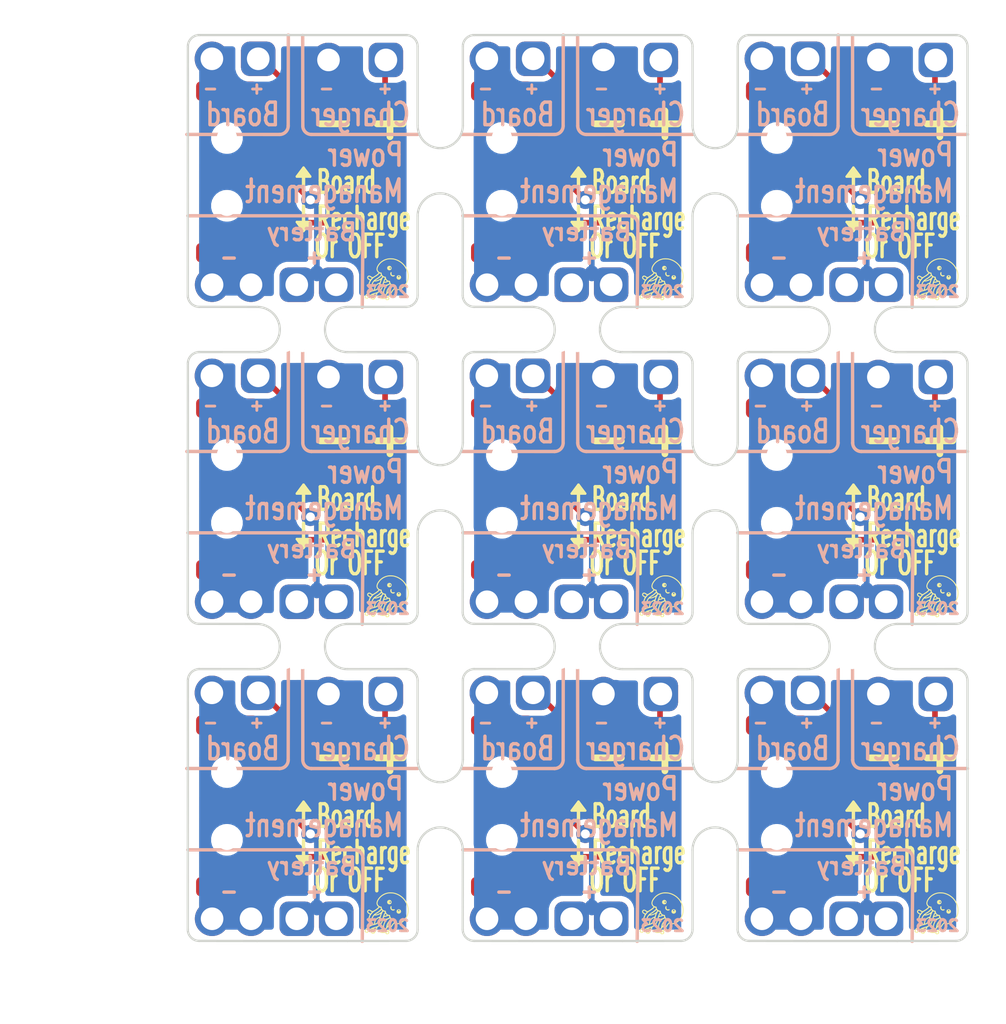
<source format=kicad_pcb>
(kicad_pcb (version 20221018) (generator pcbnew)
  (title_block (title "Gnat - Battery Management") (date "2023-05-12") (rev "v1") (company "LIRMM / CNRS"))
  (layers (0 "F.Cu" signal) (31 "B.Cu" signal) (34 "B.Paste" user) (35 "F.Paste" user) (36 "B.SilkS" user "B.Silkscreen") (37 "F.SilkS" user "F.Silkscreen") (38 "B.Mask" user) (39 "F.Mask" user) (44 "Edge.Cuts" user))
  (net 0 "")
  (net 1 "Net-(J1-Pin_1)")
  (net 2 "GND")
  (net 3 "Net-(J2-Pin_1)")
  (net 4 "Net-(J3-Pin_1)")
  (footprint "1_MyCustomLibrary:Holes_2x1" (layer "F.Cu") (at 79.4318 51.3014 180)
    (fp_text reference "J27" hide)
    (fp_text value "To GNAT")
  )
  (footprint "Graphics:Arrow" (layer "F.Cu") (at 70.0188 57.2632)
    (fp_text reference "REF**14" hide)
    (fp_text value "Arrow" hide)
  )
  (footprint "Graphics:Arrow" (layer "F.Cu") (at 57.85 57.2632)
    (fp_text reference "REF**12" hide)
    (fp_text value "Arrow" hide)
  )
  (footprint "1_MyCustomLibrary:Battery_Connector" (layer "F.Cu") (at 69.7188 47.2706 180)
    (fp_text reference "J13" hide)
    (fp_text value "From Battery" hide)
  )
  (footprint "3_Panelization:mouse-bite-2mm-slot" (layer "F.Cu") (at 63.9 56.2552 90)
    (fp_text reference "mouse-bite-2mm-slot12" hide)
    (fp_text value "VAL**" hide)
    (fp_arc (start -2 -1) (mid -1 0) (end -2 1) (stroke (width 0.1)) (layer "Edge.Cuts"))
    (fp_arc (start 2 1) (mid 1 0) (end 2 -1) (stroke (width 0.1)) (layer "Edge.Cuts"))
  )
  (footprint "Graphics:Arrow" (layer "F.Cu") (at 70.0188 29.718 180)
    (fp_text reference "REF**1" hide)
    (fp_text value "Arrow" hide)
  )
  (footprint "Graphics:Arrow" (layer "F.Cu") (at 57.85 43.7456 180)
    (fp_text reference "REF**5" hide)
    (fp_text value "Arrow" hide)
  )
  (footprint "Graphics:Jellyfish_Logo" (layer "F.Cu") (at 61.525 32.993)
    (fp_text reference "G***" hide)
    (fp_text value "LOGO" hide)
  )
  (footprint "Graphics:Arrow" (layer "F.Cu") (at 70.0188 43.2356)
    (fp_text reference "REF**8" hide)
    (fp_text value "Arrow" hide)
  )
  (footprint "1_MyCustomLibrary:Battery_Connector" (layer "F.Cu") (at 57.55 61.2982 180)
    (fp_text reference "J19" hide)
    (fp_text value "From Battery" hide)
  )
  (footprint "1_MyCustomLibrary:SW_PCM12SMTR" (layer "F.Cu") (at 54.46 42.2776 -90)
    (fp_text reference "SW4" hide)
    (fp_text value "Switch")
  )
  (footprint "3_Panelization:mouse-bite-2mm-slot" (layer "F.Cu") (at 76.0688 56.2552 90)
    (fp_text reference "mouse-bite-2mm-slot14" hide)
    (fp_text value "VAL**" hide)
    (fp_arc (start -2 -1) (mid -1 0) (end -2 1) (stroke (width 0.1)) (layer "Edge.Cuts"))
    (fp_arc (start 2 1) (mid 1 0) (end 2 -1) (stroke (width 0.1)) (layer "Edge.Cuts"))
  )
  (footprint "Graphics:Arrow" (layer "F.Cu") (at 82.1876 57.2632)
    (fp_text reference "REF**16" hide)
    (fp_text value "Arrow" hide)
  )
  (footprint "3_Panelization:mouse-bite-2mm-slot" (layer "F.Cu") (at 82.1376 49.2526)
    (fp_text reference "mouse-bite-2mm-slot9" hide)
    (fp_text value "VAL**" hide)
    (fp_arc (start -2 -1) (mid -1 0) (end -2 1) (stroke (width 0.1)) (layer "Edge.Cuts"))
    (fp_arc (start 2 1) (mid 1 0) (end 2 -1) (stroke (width 0.1)) (layer "Edge.Cuts"))
  )
  (footprint "Graphics:Jellyfish_Logo" (layer "F.Cu") (at 85.8626 61.0482)
    (fp_text reference "G***8" hide)
    (fp_text value "LOGO" hide)
  )
  (footprint "3_Panelization:mouse-bite-2mm-slot" (layer "F.Cu") (at 82.1376 35.225)
    (fp_text reference "mouse-bite-2mm-slot3" hide)
    (fp_text value "VAL**" hide)
    (fp_arc (start -2 -1) (mid -1 0) (end -2 1) (stroke (width 0.1)) (layer "Edge.Cuts"))
    (fp_arc (start 2 1) (mid 1 0) (end 2 -1) (stroke (width 0.1)) (layer "Edge.Cuts"))
  )
  (footprint "1_MyCustomLibrary:Holes_2x1" (layer "F.Cu") (at 79.4318 37.2738 180)
    (fp_text reference "J18" hide)
    (fp_text value "To GNAT")
  )
  (footprint "Graphics:Jellyfish_Logo" (layer "F.Cu") (at 61.525 61.0482)
    (fp_text reference "G***6" hide)
    (fp_text value "LOGO" hide)
  )
  (footprint "1_MyCustomLibrary:Holes_2x1" (layer "F.Cu") (at 55.0942 37.2738 180)
    (fp_text reference "J12" hide)
    (fp_text value "To GNAT")
  )
  (footprint "1_MyCustomLibrary:Battery_Connector" (layer "F.Cu") (at 69.7188 61.2982 180)
    (fp_text reference "J22" hide)
    (fp_text value "From Battery" hide)
  )
  (footprint "1_MyCustomLibrary:PinHeader_1x02_P2.54mm_Horizontal" (layer "F.Cu") (at 73.6638 51.3522 -90)
    (fp_text reference "J23" hide)
    (fp_text value "To LiPo Charger")
  )
  (footprint "3_Panelization:mouse-bite-2mm-slot" (layer "F.Cu") (at 57.8 49.2526)
    (fp_text reference "mouse-bite-2mm-slot5" hide)
    (fp_text value "VAL**" hide)
    (fp_arc (start -2 -1) (mid -1 0) (end -2 1) (stroke (width 0.1)) (layer "Edge.Cuts"))
    (fp_arc (start 2 1) (mid 1 0) (end 2 -1) (stroke (width 0.1)) (layer "Edge.Cuts"))
  )
  (footprint "1_MyCustomLibrary:Battery_Connector" (layer "F.Cu") (at 57.55 47.2706 180)
    (fp_text reference "J10" hide)
    (fp_text value "From Battery" hide)
  )
  (footprint "1_MyCustomLibrary:PinHeader_1x02_P2.54mm_Horizontal" (layer "F.Cu") (at 85.8326 37.3246 -90)
    (fp_text reference "J17" hide)
    (fp_text value "To LiPo Charger")
  )
  (footprint "Graphics:Arrow" (layer "F.Cu") (at 57.85 43.2356)
    (fp_text reference "REF**6" hide)
    (fp_text value "Arrow" hide)
  )
  (footprint "1_MyCustomLibrary:PinHeader_1x02_P2.54mm_Horizontal" (layer "F.Cu") (at 61.495 51.3522 -90)
    (fp_text reference "J20" hide)
    (fp_text value "To LiPo Charger")
  )
  (footprint "Graphics:Arrow" (layer "F.Cu") (at 82.1876 57.7732 180)
    (fp_text reference "REF**15" hide)
    (fp_text value "Arrow" hide)
  )
  (footprint "1_MyCustomLibrary:SW_PCM12SMTR" (layer "F.Cu") (at 54.46 28.25 -90)
    (fp_text reference "SW1" hide)
    (fp_text value "Switch")
  )
  (footprint "1_MyCustomLibrary:Battery_Connector" (layer "F.Cu") (at 81.8876 61.2982 180)
    (fp_text reference "J25" hide)
    (fp_text value "From Battery" hide)
  )
  (footprint "1_MyCustomLibrary:SW_PCM12SMTR" (layer "F.Cu") (at 66.6288 56.3052 -90)
    (fp_text reference "SW8" hide)
    (fp_text value "Switch")
  )
  (footprint "1_MyCustomLibrary:SW_PCM12SMTR" (layer "F.Cu") (at 66.6288 42.2776 -90)
    (fp_text reference "SW5" hide)
    (fp_text value "Switch")
  )
  (footprint "3_Panelization:mouse-bite-2mm-slot" (layer "F.Cu") (at 69.9688 49.2526)
    (fp_text reference "mouse-bite-2mm-slot7" hide)
    (fp_text value "VAL**" hide)
    (fp_arc (start -2 -1) (mid -1 0) (end -2 1) (stroke (width 0.1)) (layer "Edge.Cuts"))
    (fp_arc (start 2 1) (mid 1 0) (end 2 -1) (stroke (width 0.1)) (layer "Edge.Cuts"))
  )
  (footprint "1_MyCustomLibrary:PinHeader_1x02_P2.54mm_Horizontal" (layer "F.Cu") (at 73.6638 37.3246 -90)
    (fp_text reference "J14" hide)
    (fp_text value "To LiPo Charger")
  )
  (footprint "Graphics:Jellyfish_Logo" (layer "F.Cu") (at 61.525 47.0206)
    (fp_text reference "G***3" hide)
    (fp_text value "LOGO" hide)
  )
  (footprint "1_MyCustomLibrary:Battery_Connector" (layer "F.Cu") (at 57.55 33.243 180)
    (fp_text reference "J1" hide)
    (fp_text value "From Battery" hide)
  )
  (footprint "Graphics:Arrow" (layer "F.Cu") (at 57.85 57.7732 180)
    (fp_text reference "REF**11" hide)
    (fp_text value "Arrow" hide)
  )
  (footprint "1_MyCustomLibrary:SW_PCM12SMTR" (layer "F.Cu") (at 66.6288 28.25 -90)
    (fp_text reference "SW2" hide)
    (fp_text value "Switch")
  )
  (footprint "Graphics:Arrow" (layer "F.Cu") (at 82.1876 43.2356)
    (fp_text reference "REF**10" hide)
    (fp_text value "Arrow" hide)
  )
  (footprint "1_MyCustomLibrary:SW_PCM12SMTR" (layer "F.Cu") (at 54.46 56.3052 -90)
    (fp_text reference "SW7" hide)
    (fp_text value "Switch")
  )
  (footprint "Graphics:Jellyfish_Logo" (layer "F.Cu") (at 73.6938 47.0206)
    (fp_text reference "G***4" hide)
    (fp_text value "LOGO" hide)
  )
  (footprint "1_MyCustomLibrary:Holes_2x1" (layer "F.Cu") (at 67.263 23.2462 180)
    (fp_text reference "J6" hide)
    (fp_text value "To GNAT")
  )
  (footprint "Graphics:Jellyfish_Logo" (layer "F.Cu") (at 85.8626 32.993)
    (fp_text reference "G***2" hide)
    (fp_text value "LOGO" hide)
  )
  (footprint "1_MyCustomLibrary:Holes_2x1" (layer "F.Cu") (at 67.263 51.3014 180)
    (fp_text reference "J24" hide)
    (fp_text value "To GNAT")
  )
  (footprint "Graphics:Arrow" (layer "F.Cu") (at 57.85 29.718 180)
    (fp_text reference "REF**" hide)
    (fp_text value "Arrow" hide)
  )
  (footprint "1_MyCustomLibrary:Holes_2x1" (layer "F.Cu") (at 79.4318 23.2462 180)
    (fp_text reference "J9" hide)
    (fp_text value "To GNAT")
  )
  (footprint "1_MyCustomLibrary:Battery_Connector" (layer "F.Cu") (at 81.8876 33.243 180)
    (fp_text reference "J7" hide)
    (fp_text value "From Battery" hide)
  )
  (footprint "1_MyCustomLibrary:PinHeader_1x02_P2.54mm_Horizontal" (layer "F.Cu") (at 61.495 37.3246 -90)
    (fp_text reference "J11" hide)
    (fp_text value "To LiPo Charger")
  )
  (footprint "Graphics:Arrow" (layer "F.Cu") (at 70.0188 43.7456 180)
    (fp_text reference "REF**7" hide)
    (fp_text value "Arrow" hide)
  )
  (footprint "1_MyCustomLibrary:Battery_Connector" (layer "F.Cu") (at 81.8876 47.2706 180)
    (fp_text reference "J16" hide)
    (fp_text value "From Battery" hide)
  )
  (footprint "1_MyCustomLibrary:PinHeader_1x02_P2.54mm_Horizontal" (layer "F.Cu") (at 61.495 23.297 -90)
    (fp_text reference "J2" hide)
    (fp_text value "To LiPo Charger")
  )
  (footprint "Graphics:Arrow" (layer "F.Cu") (at 82.1876 29.718 180)
    (fp_text reference "REF**3" hide)
    (fp_text value "Arrow" hide)
  )
  (footprint "1_MyCustomLibrary:Battery_Connector" (layer "F.Cu") (at 69.7188 33.243 180)
    (fp_text reference "J4" hide)
    (fp_text value "From Battery" hide)
  )
  (footprint "1_MyCustomLibrary:SW_PCM12SMTR" (layer "F.Cu") (at 78.7976 56.3052 -90)
    (fp_text reference "SW9" hide)
    (fp_text value "Switch")
  )
  (footprint "1_MyCustomLibrary:PinHeader_1x02_P2.54mm_Horizontal" (layer "F.Cu") (at 85.8326 51.3522 -90)
    (fp_text reference "J26" hide)
    (fp_text value "To LiPo Charger")
  )
  (footprint "Graphics:Jellyfish_Logo" (layer "F.Cu") (at 73.6938 32.993)
    (fp_text reference "G***1" hide)
    (fp_text value "LOGO" hide)
  )
  (footprint "3_Panelization:mouse-bite-2mm-slot" (layer "F.Cu") (at 63.9 28.2 90)
    (fp_text reference "mouse-bite-2mm-slot" hide)
    (fp_text value "VAL**" hide)
    (fp_arc (start -2 -1) (mid -1 0) (end -2 1) (stroke (width 0.1)) (layer "Edge.Cuts"))
    (fp_arc (start 2 1) (mid 1 0) (end 2 -1) (stroke (width 0.1)) (layer "Edge.Cuts"))
  )
  (footprint "1_MyCustomLibrary:Holes_2x1" (layer "F.Cu") (at 55.0942 51.3014 180)
    (fp_text reference "J21" hide)
    (fp_text value "To GNAT")
  )
  (footprint "Graphics:Jellyfish_Logo" (layer "F.Cu") (at 73.6938 61.0482)
    (fp_text reference "G***7" hide)
    (fp_text value "LOGO" hide)
  )
  (footprint "3_Panelization:mouse-bite-2mm-slot" (layer "F.Cu") (at 76.0688 42.2276 90)
    (fp_text reference "mouse-bite-2mm-slot8" hide)
    (fp_text value "VAL**" hide)
    (fp_arc (start -2 -1) (mid -1 0) (end -2 1) (stroke (width 0.1)) (layer "Edge.Cuts"))
    (fp_arc (start 2 1) (mid 1 0) (end 2 -1) (stroke (width 0.1)) (layer "Edge.Cuts"))
  )
  (footprint "Graphics:Arrow" (layer "F.Cu") (at 82.1876 29.208)
    (fp_text reference "REF**4" hide)
    (fp_text value "Arrow" hide)
  )
  (footprint "1_MyCustomLibrary:SW_PCM12SMTR" (layer "F.Cu") (at 78.7976 28.25 -90)
    (fp_text reference "SW3" hide)
    (fp_text value "Switch")
  )
  (footprint "1_MyCustomLibrary:SW_PCM12SMTR" (layer "F.Cu") (at 78.7976 42.2776 -90)
    (fp_text reference "SW6" hide)
    (fp_text value "Switch")
  )
  (footprint "1_MyCustomLibrary:PinHeader_1x02_P2.54mm_Horizontal" (layer "F.Cu") (at 73.6638 23.297 -90)
    (fp_text reference "J5" hide)
    (fp_text value "To LiPo Charger")
  )
  (footprint "1_MyCustomLibrary:PinHeader_1x02_P2.54mm_Horizontal" (layer "F.Cu") (at 85.8326 23.297 -90)
    (fp_text reference "J8" hide)
    (fp_text value "To LiPo Charger")
  )
  (footprint "Graphics:Jellyfish_Logo" (layer "F.Cu") (at 85.8626 47.0206)
    (fp_text reference "G***5" hide)
    (fp_text value "LOGO" hide)
  )
  (footprint "Graphics:Arrow" (layer "F.Cu") (at 70.0188 29.208)
    (fp_text reference "REF**2" hide)
    (fp_text value "Arrow" hide)
  )
  (footprint "3_Panelization:mouse-bite-2mm-slot" (layer "F.Cu") (at 57.8 35.225)
    (fp_text reference "mouse-bite-2mm-slot" hide)
    (fp_text value "VAL**" hide)
    (fp_arc (start -2 -1) (mid -1 0) (end -2 1) (stroke (width 0.1)) (layer "Edge.Cuts"))
    (fp_arc (start 2 1) (mid 1 0) (end 2 -1) (stroke (width 0.1)) (layer "Edge.Cuts"))
  )
  (footprint "3_Panelization:mouse-bite-2mm-slot" (layer "F.Cu") (at 69.9688 35.225)
    (fp_text reference "mouse-bite-2mm-slot1" hide)
    (fp_text value "VAL**" hide)
    (fp_arc (start -2 -1) (mid -1 0) (end -2 1) (stroke (width 0.1)) (layer "Edge.Cuts"))
    (fp_arc (start 2 1) (mid 1 0) (end 2 -1) (stroke (width 0.1)) (layer "Edge.Cuts"))
  )
  (footprint "Graphics:Arrow" (layer "F.Cu") (at 70.0188 57.7732 180)
    (fp_text reference "REF**13" hide)
    (fp_text value "Arrow" hide)
  )
  (footprint "Graphics:Arrow" (layer "F.Cu") (at 57.85 29.208)
    (fp_text reference "REF**" hide)
    (fp_text value "Arrow" hide)
  )
  (footprint "Graphics:Arrow" (layer "F.Cu") (at 82.1876 43.7456 180)
    (fp_text reference "REF**9" hide)
    (fp_text value "Arrow" hide)
  )
  (footprint "1_MyCustomLibrary:Holes_2x1" (layer "F.Cu") (at 55.0942 23.2462 180)
    (fp_text reference "J3" hide)
    (fp_text value "To GNAT")
  )
  (footprint "3_Panelization:mouse-bite-2mm-slot" (layer "F.Cu") (at 76.0688 28.2 90)
    (fp_text reference "mouse-bite-2mm-slot2" hide)
    (fp_text value "VAL**" hide)
    (fp_arc (start -2 -1) (mid -1 0) (end -2 1) (stroke (width 0.1)) (layer "Edge.Cuts"))
    (fp_arc (start 2 1) (mid 1 0) (end 2 -1) (stroke (width 0.1)) (layer "Edge.Cuts"))
  )
  (footprint "3_Panelization:mouse-bite-2mm-slot" (layer "F.Cu") (at 63.9 42.2276 90)
    (fp_text reference "mouse-bite-2mm-slot6" hide)
    (fp_text value "VAL**" hide)
    (fp_arc (start -2 -1) (mid -1 0) (end -2 1) (stroke (width 0.1)) (layer "Edge.Cuts"))
    (fp_arc (start 2 1) (mid 1 0) (end 2 -1) (stroke (width 0.1)) (layer "Edge.Cuts"))
  )
  (footprint "1_MyCustomLibrary:Holes_2x1" (layer "F.Cu") (at 67.263 37.2738 180)
    (fp_text reference "J15" hide)
    (fp_text value "To GNAT")
  )
  (gr_circle (center 70.6088 60.9482) (end 70.6088 60.9482) (stroke (width 0.2)) (fill none) (layer "B.Cu"))
  (gr_circle (center 58.44 32.893) (end 58.44 32.893) (stroke (width 0.2)) (fill none) (layer "B.Cu"))
  (gr_circle (center 70.6088 46.720351) (end 70.6188 46.520351) (stroke (width 0.2)) (fill none) (layer "B.Cu"))
  (gr_circle (center 82.7776 60.747951) (end 82.7876 60.547951) (stroke (width 0.2)) (fill none) (layer "B.Cu"))
  (gr_circle (center 58.44 46.720351) (end 58.45 46.520351) (stroke (width 0.2)) (fill none) (layer "B.Cu"))
  (gr_circle (center 82.7776 46.720351) (end 82.7876 46.520351) (stroke (width 0.2)) (fill none) (layer "B.Cu"))
  (gr_circle (center 82.7776 32.893) (end 82.7776 32.893) (stroke (width 0.2)) (fill none) (layer "B.Cu"))
  (gr_circle (center 58.44 32.692751) (end 58.45 32.492751) (stroke (width 0.2)) (fill none) (layer "B.Cu"))
  (gr_circle (center 58.44 60.747951) (end 58.45 60.547951) (stroke (width 0.2)) (fill none) (layer "B.Cu"))
  (gr_circle (center 82.7776 60.9482) (end 82.7776 60.9482) (stroke (width 0.2)) (fill none) (layer "B.Cu"))
  (gr_circle (center 70.6088 60.747951) (end 70.6188 60.547951) (stroke (width 0.2)) (fill none) (layer "B.Cu"))
  (gr_circle (center 70.6088 32.692751) (end 70.6188 32.492751) (stroke (width 0.2)) (fill none) (layer "B.Cu"))
  (gr_circle (center 70.6088 32.893) (end 70.6088 32.893) (stroke (width 0.2)) (fill none) (layer "B.Cu"))
  (gr_circle (center 82.7776 46.9206) (end 82.7776 46.9206) (stroke (width 0.2)) (fill none) (layer "B.Cu"))
  (gr_circle (center 82.7776 32.692751) (end 82.7876 32.492751) (stroke (width 0.2)) (fill none) (layer "B.Cu"))
  (gr_circle (center 58.44 60.9482) (end 58.44 60.9482) (stroke (width 0.2)) (fill none) (layer "B.Cu"))
  (gr_circle (center 70.6088 46.9206) (end 70.6088 46.9206) (stroke (width 0.2)) (fill none) (layer "B.Cu"))
  (gr_circle (center 58.44 46.9206) (end 58.44 46.9206) (stroke (width 0.2)) (fill none) (layer "B.Cu"))
  (gr_arc (start 84.438192 44.219008) (mid 84.707602 44.330598) (end 84.819192 44.600008) (stroke (width 0.15)) (layer "B.SilkS"))
  (gr_line (start 68.959392 40.622192) (end 64.8548 40.6206) (stroke (width 0.15)) (layer "B.SilkS"))
  (gr_line (start 72.650392 30.572408) (end 72.6188 34.243) (stroke (width 0.15)) (layer "B.SilkS"))
  (gr_line (start 81.128192 54.649792) (end 77.0236 54.6482) (stroke (width 0.15)) (layer "B.SilkS"))
  (gr_line (start 69.340392 40.241192) (end 69.3458 36.2206) (stroke (width 0.15)) (layer "B.SilkS"))
  (gr_line (start 81.128192 40.622192) (end 77.0236 40.6206) (stroke (width 0.15)) (layer "B.SilkS"))
  (gr_arc (start 82.537008 26.594592) (mid 82.267598 26.483002) (end 82.156008 26.213592) (stroke (width 0.15)) (layer "B.SilkS"))
  (gr_line (start 57.171592 40.241192) (end 57.177 36.2206) (stroke (width 0.15)) (layer "B.SilkS"))
  (gr_line (start 60.481592 30.572408) (end 60.45 34.243) (stroke (width 0.15)) (layer "B.SilkS"))
  (gr_arc (start 84.438192 58.246608) (mid 84.707602 58.358198) (end 84.819192 58.627608) (stroke (width 0.15)) (layer "B.SilkS"))
  (gr_arc (start 69.340392 54.268792) (mid 69.228802 54.538202) (end 68.959392 54.649792) (stroke (width 0.15)) (layer "B.SilkS"))
  (gr_line (start 57.818408 40.241192) (end 57.812 36.2406) (stroke (width 0.15)) (layer "B.SilkS"))
  (gr_line (start 82.156008 40.241192) (end 82.1496 36.2406) (stroke (width 0.15)) (layer "B.SilkS"))
  (gr_line (start 82.156008 54.268792) (end 82.1496 50.2682) (stroke (width 0.15)) (layer "B.SilkS"))
  (gr_line (start 69.987208 54.268792) (end 69.9808 50.2682) (stroke (width 0.15)) (layer "B.SilkS"))
  (gr_arc (start 58.199408 26.594592) (mid 57.929998 26.483002) (end 57.818408 26.213592) (stroke (width 0.15)) (layer "B.SilkS"))
  (gr_arc (start 70.368208 40.622192) (mid 70.098798 40.510602) (end 69.987208 40.241192) (stroke (width 0.15)) (layer "B.SilkS"))
  (gr_line (start 57.818408 54.268792) (end 57.812 50.2682) (stroke (width 0.15)) (layer "B.SilkS"))
  (gr_line (start 84.819192 44.600008) (end 84.7876 48.2706) (stroke (width 0.15)) (layer "B.SilkS"))
  (gr_line (start 69.987208 26.213592) (end 69.9808 22.213) (stroke (width 0.15)) (layer "B.SilkS"))
  (gr_line (start 81.509192 26.213592) (end 81.5146 22.193) (stroke (width 0.15)) (layer "B.SilkS"))
  (gr_line (start 60.481592 58.627608) (end 60.45 62.2982) (stroke (width 0.15)) (layer "B.SilkS"))
  (gr_line (start 70.368208 26.594592) (end 75.0683 26.593) (stroke (width 0.15)) (layer "B.SilkS"))
  (gr_line (start 60.098 30.193) (end 52.732 30.193) (stroke (width 0.15)) (layer "B.SilkS"))
  (gr_line (start 84.4356 58.2482) (end 77.0696 58.2482) (stroke (width 0.15)) (layer "B.SilkS"))
  (gr_line (start 56.790592 40.622192) (end 52.686 40.6206) (stroke (width 0.15)) (layer "B.SilkS"))
  (gr_line (start 81.128192 26.594592) (end 77.0236 26.593) (stroke (width 0.15)) (layer "B.SilkS"))
  (gr_arc (start 84.438192 30.191408) (mid 84.707602 30.302998) (end 84.819192 30.572408) (stroke (width 0.15)) (layer "B.SilkS"))
  (gr_line (start 60.481592 44.600008) (end 60.45 48.2706) (stroke (width 0.15)) (layer "B.SilkS"))
  (gr_line (start 69.987208 40.241192) (end 69.9808 36.2406) (stroke (width 0.15)) (layer "B.SilkS"))
  (gr_line (start 81.509192 54.268792) (end 81.5146 50.2482) (stroke (width 0.15)) (layer "B.SilkS"))
  (gr_line (start 57.171592 54.268792) (end 57.177 50.2482) (stroke (width 0.15)) (layer "B.SilkS"))
  (gr_line (start 82.537008 54.649792) (end 87.2371 54.6482) (stroke (width 0.15)) (layer "B.SilkS"))
  (gr_line (start 72.2668 58.2482) (end 64.9008 58.2482) (stroke (width 0.15)) (layer "B.SilkS"))
  (gr_line (start 58.199408 54.649792) (end 62.8995 54.6482) (stroke (width 0.15)) (layer "B.SilkS"))
  (gr_arc (start 57.171592 54.268792) (mid 57.060002 54.538202) (end 56.790592 54.649792) (stroke (width 0.15)) (layer "B.SilkS"))
  (gr_line (start 60.098 44.2206) (end 52.732 44.2206) (stroke (width 0.15)) (layer "B.SilkS"))
  (gr_arc (start 69.340392 26.213592) (mid 69.228802 26.483002) (end 68.959392 26.594592) (stroke (width 0.15)) (layer "B.SilkS"))
  (gr_arc (start 81.509192 26.213592) (mid 81.397602 26.483002) (end 81.128192 26.594592) (stroke (width 0.15)) (layer "B.SilkS"))
  (gr_line (start 81.509192 40.241192) (end 81.5146 36.2206) (stroke (width 0.15)) (layer "B.SilkS"))
  (gr_arc (start 57.171592 26.213592) (mid 57.060002 26.483002) (end 56.790592 26.594592) (stroke (width 0.15)) (layer "B.SilkS"))
  (gr_line (start 72.650392 58.627608) (end 72.6188 62.2982) (stroke (width 0.15)) (layer "B.SilkS"))
  (gr_line (start 68.959392 26.594592) (end 64.8548 26.593) (stroke (width 0.15)) (layer "B.SilkS"))
  (gr_arc (start 72.269392 44.219008) (mid 72.538802 44.330598) (end 72.650392 44.600008) (stroke (width 0.15)) (layer "B.SilkS"))
  (gr_arc (start 60.100592 30.191408) (mid 60.370002 30.302998) (end 60.481592 30.572408) (stroke (width 0.15)) (layer "B.SilkS"))
  (gr_line (start 84.4356 30.193) (end 77.0696 30.193) (stroke (width 0.15)) (layer "B.SilkS"))
  (gr_line (start 57.171592 26.213592) (end 57.177 22.193) (stroke (width 0.15)) (layer "B.SilkS"))
  (gr_arc (start 72.269392 30.191408) (mid 72.538802 30.302998) (end 72.650392 30.572408) (stroke (width 0.15)) (layer "B.SilkS"))
  (gr_arc (start 82.537008 40.622192) (mid 82.267598 40.510602) (end 82.156008 40.241192) (stroke (width 0.15)) (layer "B.SilkS"))
  (gr_line (start 84.4356 44.2206) (end 77.0696 44.2206) (stroke (width 0.15)) (layer "B.SilkS"))
  (gr_line (start 82.537008 40.622192) (end 87.2371 40.6206) (stroke (width 0.15)) (layer "B.SilkS"))
  (gr_arc (start 70.368208 54.649792) (mid 70.098798 54.538202) (end 69.987208 54.268792) (stroke (width 0.15)) (layer "B.SilkS"))
  (gr_arc (start 57.171592 40.241192) (mid 57.060002 40.510602) (end 56.790592 40.622192) (stroke (width 0.15)) (layer "B.SilkS"))
  (gr_arc (start 60.100592 44.219008) (mid 60.370002 44.330598) (end 60.481592 44.600008) (stroke (width 0.15)) (layer "B.SilkS"))
  (gr_line (start 69.340392 54.268792) (end 69.3458 50.2482) (stroke (width 0.15)) (layer "B.SilkS"))
  (gr_arc (start 82.537008 54.649792) (mid 82.267598 54.538202) (end 82.156008 54.268792) (stroke (width 0.15)) (layer "B.SilkS"))
  (gr_line (start 57.818408 26.213592) (end 57.812 22.213) (stroke (width 0.15)) (layer "B.SilkS"))
  (gr_line (start 82.537008 26.594592) (end 87.2371 26.593) (stroke (width 0.15)) (layer "B.SilkS"))
  (gr_line (start 68.959392 54.649792) (end 64.8548 54.6482) (stroke (width 0.15)) (layer "B.SilkS"))
  (gr_line (start 82.156008 26.213592) (end 82.1496 22.213) (stroke (width 0.15)) (layer "B.SilkS"))
  (gr_line (start 58.199408 26.594592) (end 62.8995 26.593) (stroke (width 0.15)) (layer "B.SilkS"))
  (gr_arc (start 58.199408 40.622192) (mid 57.929998 40.510602) (end 57.818408 40.241192) (stroke (width 0.15)) (layer "B.SilkS"))
  (gr_line (start 84.819192 58.627608) (end 84.7876 62.2982) (stroke (width 0.15)) (layer "B.SilkS"))
  (gr_line (start 72.2668 44.2206) (end 64.9008 44.2206) (stroke (width 0.15)) (layer "B.SilkS"))
  (gr_arc (start 70.368208 26.594592) (mid 70.098798 26.483002) (end 69.987208 26.213592) (stroke (width 0.15)) (layer "B.SilkS"))
  (gr_arc (start 60.100592 58.246608) (mid 60.370002 58.358198) (end 60.481592 58.627608) (stroke (width 0.15)) (layer "B.SilkS"))
  (gr_line (start 72.2668 30.193) (end 64.9008 30.193) (stroke (width 0.15)) (layer "B.SilkS"))
  (gr_line (start 56.790592 26.594592) (end 52.686 26.593) (stroke (width 0.15)) (layer "B.SilkS"))
  (gr_arc (start 69.340392 40.241192) (mid 69.228802 40.510602) (end 68.959392 40.622192) (stroke (width 0.15)) (layer "B.SilkS"))
  (gr_arc (start 81.509192 54.268792) (mid 81.397602 54.538202) (end 81.128192 54.649792) (stroke (width 0.15)) (layer "B.SilkS"))
  (gr_line (start 69.340392 26.213592) (end 69.3458 22.193) (stroke (width 0.15)) (layer "B.SilkS"))
  (gr_arc (start 81.509192 40.241192) (mid 81.397602 40.510602) (end 81.128192 40.622192) (stroke (width 0.15)) (layer "B.SilkS"))
  (gr_line (start 72.650392 44.600008) (end 72.6188 48.2706) (stroke (width 0.15)) (layer "B.SilkS"))
  (gr_line (start 60.098 58.2482) (end 52.732 58.2482) (stroke (width 0.15)) (layer "B.SilkS"))
  (gr_arc (start 58.199408 54.649792) (mid 57.929998 54.538202) (end 57.818408 54.268792) (stroke (width 0.15)) (layer "B.SilkS"))
  (gr_arc (start 72.269392 58.246608) (mid 72.538802 58.358198) (end 72.650392 58.627608) (stroke (width 0.15)) (layer "B.SilkS"))
  (gr_line (start 56.790592 54.649792) (end 52.686 54.6482) (stroke (width 0.15)) (layer "B.SilkS"))
  (gr_line (start 84.819192 30.572408) (end 84.7876 34.243) (stroke (width 0.15)) (layer "B.SilkS"))
  (gr_line (start 70.368208 54.649792) (end 75.0683 54.6482) (stroke (width 0.15)) (layer "B.SilkS"))
  (gr_line (start 58.199408 40.622192) (end 62.8995 40.6206) (stroke (width 0.15)) (layer "B.SilkS"))
  (gr_line (start 70.368208 40.622192) (end 75.0683 40.6206) (stroke (width 0.15)) (layer "B.SilkS"))
  (gr_line (start 87.2376 30.2) (end 87.2376 33.71379) (stroke (width 0.1)) (layer "Edge.Cuts"))
  (gr_arc (start 77.06881 36.72981) (mid 77.217597 36.370597) (end 77.57681 36.22181) (stroke (width 0.1)) (layer "Edge.Cuts"))
  (gr_arc (start 77.06881 22.70221) (mid 77.217597 22.342997) (end 77.57681 22.19421) (stroke (width 0.1)) (layer "Edge.Cuts"))
  (gr_arc (start 53.234213 62.27699) (mid 52.875 62.128203) (end 52.726213 61.76899) (stroke (width 0.1)) (layer "Edge.Cuts"))
  (gr_line (start 74.5608 36.2226) (end 71.9688 36.225) (stroke (width 0.1)) (layer "Edge.Cuts"))
  (gr_line (start 87.2376 58.2552) (end 87.2376 61.76899) (stroke (width 0.1)) (layer "Edge.Cuts"))
  (gr_arc (start 87.2376 33.71379) (mid 87.088814 34.073007) (end 86.7296 34.22179) (stroke (width 0.1)) (layer "Edge.Cuts"))
  (gr_arc (start 62.392 22.195) (mid 62.75121 22.34379) (end 62.9 22.703) (stroke (width 0.1)) (layer "Edge.Cuts"))
  (gr_line (start 59.8 36.225) (end 62.392 36.2226) (stroke (width 0.1)) (layer "Edge.Cuts"))
  (gr_line (start 75.0688 50.7582) (end 75.0688 54.2552) (stroke (width 0.1)) (layer "Edge.Cuts"))
  (gr_arc (start 77.571813 34.22179) (mid 77.2126 34.073003) (end 77.063813 33.71379) (stroke (width 0.1)) (layer "Edge.Cuts"))
  (gr_line (start 55.8 62.2802) (end 53.234213 62.27699) (stroke (width 0.1)) (layer "Edge.Cuts"))
  (gr_arc (start 53.234213 34.22179) (mid 52.875 34.073003) (end 52.726213 33.71379) (stroke (width 0.1)) (layer "Edge.Cuts"))
  (gr_arc (start 77.571813 62.27699) (mid 77.2126 62.128203) (end 77.063813 61.76899) (stroke (width 0.1)) (layer "Edge.Cuts"))
  (gr_arc (start 77.06881 50.75741) (mid 77.217597 50.398197) (end 77.57681 50.24941) (stroke (width 0.1)) (layer "Edge.Cuts"))
  (gr_arc (start 52.73121 36.72981) (mid 52.879997 36.370597) (end 53.23921 36.22181) (stroke (width 0.1)) (layer "Edge.Cuts"))
  (gr_arc (start 75.0688 61.76899) (mid 74.920014 62.128207) (end 74.5608 62.27699) (stroke (width 0.1)) (layer "Edge.Cuts"))
  (gr_arc (start 64.90001 36.72981) (mid 65.048797 36.370597) (end 65.40801 36.22181) (stroke (width 0.1)) (layer "Edge.Cuts"))
  (gr_line (start 67.9688 62.2802) (end 65.403013 62.27699) (stroke (width 0.1)) (layer "Edge.Cuts"))
  (gr_line (start 62.9 22.703) (end 62.9 26.2) (stroke (width 0.1)) (layer "Edge.Cuts"))
  (gr_arc (start 53.234213 48.24939) (mid 52.875 48.100603) (end 52.726213 47.74139) (stroke (width 0.1)) (layer "Edge.Cuts"))
  (gr_arc (start 64.90001 22.70221) (mid 65.048797 22.342997) (end 65.40801 22.19421) (stroke (width 0.1)) (layer "Edge.Cuts"))
  (gr_arc (start 52.73121 22.70221) (mid 52.879997 22.342997) (end 53.23921 22.19421) (stroke (width 0.1)) (layer "Edge.Cuts"))
  (gr_line (start 65.40801 22.19421) (end 74.5608 22.195) (stroke (width 0.1)) (layer "Edge.Cuts"))
  (gr_line (start 87.2376 50.7582) (end 87.2376 54.2552) (stroke (width 0.1)) (layer "Edge.Cuts"))
  (gr_line (start 55.8 36.225) (end 53.23921 36.22181) (stroke (width 0.1)) (layer "Edge.Cuts"))
  (gr_line (start 77.06881 36.72981) (end 77.0688 40.2276) (stroke (width 0.1)) (layer "Edge.Cuts"))
  (gr_line (start 71.9688 62.2802) (end 74.5608 62.27699) (stroke (width 0.1)) (layer "Edge.Cuts"))
  (gr_line (start 80.1376 34.225) (end 77.571813 34.22179) (stroke (width 0.1)) (layer "Edge.Cuts"))
  (gr_arc (start 65.403013 62.27699) (mid 65.0438 62.128203) (end 64.895013 61.76899) (stroke (width 0.1)) (layer "Edge.Cuts"))
  (gr_line (start 84.1376 62.2802) (end 86.7296 62.27699) (stroke (width 0.1)) (layer "Edge.Cuts"))
  (gr_arc (start 87.2376 47.74139) (mid 87.088814 48.100607) (end 86.7296 48.24939) (stroke (width 0.1)) (layer "Edge.Cuts"))
  (gr_line (start 64.90001 36.72981) (end 64.9 40.2276) (stroke (width 0.1)) (layer "Edge.Cuts"))
  (gr_arc (start 74.5608 50.2502) (mid 74.92001 50.39899) (end 75.0688 50.7582) (stroke (width 0.1)) (layer "Edge.Cuts"))
  (gr_line (start 71.9688 50.2526) (end 74.5608 50.2502) (stroke (width 0.1)) (layer "Edge.Cuts"))
  (gr_line (start 77.063813 61.76899) (end 77.0688 58.2552) (stroke (width 0.1)) (layer "Edge.Cuts"))
  (gr_arc (start 86.7296 50.2502) (mid 87.08881 50.39899) (end 87.2376 50.7582) (stroke (width 0.1)) (layer "Edge.Cuts"))
  (gr_arc (start 64.90001 50.75741) (mid 65.048797 50.398197) (end 65.40801 50.24941) (stroke (width 0.1)) (layer "Edge.Cuts"))
  (gr_line (start 84.1376 36.225) (end 86.7296 36.2226) (stroke (width 0.1)) (layer "Edge.Cuts"))
  (gr_line (start 59.8 48.2526) (end 62.392 48.24939) (stroke (width 0.1)) (layer "Edge.Cuts"))
  (gr_line (start 59.8 34.225) (end 62.392 34.22179) (stroke (width 0.1)) (layer "Edge.Cuts"))
  (gr_arc (start 77.571813 48.24939) (mid 77.2126 48.100603) (end 77.063813 47.74139) (stroke (width 0.1)) (layer "Edge.Cuts"))
  (gr_arc (start 65.403013 34.22179) (mid 65.0438 34.073003) (end 64.895013 33.71379) (stroke (width 0.1)) (layer "Edge.Cuts"))
  (gr_line (start 75.0688 36.7306) (end 75.0688 40.2276) (stroke (width 0.1)) (layer "Edge.Cuts"))
  (gr_line (start 87.2376 58.2552) (end 87.2376 54.2552) (stroke (width 0.1)) (layer "Edge.Cuts"))
  (gr_line (start 71.9688 34.225) (end 74.5608 34.22179) (stroke (width 0.1)) (layer "Edge.Cuts"))
  (gr_arc (start 74.5608 36.2226) (mid 74.92001 36.37139) (end 75.0688 36.7306) (stroke (width 0.1)) (layer "Edge.Cuts"))
  (gr_line (start 75.0688 44.2276) (end 75.0688 47.74139) (stroke (width 0.1)) (layer "Edge.Cuts"))
  (gr_line (start 52.73121 36.72981) (end 52.726213 47.74139) (stroke (width 0.1)) (layer "Edge.Cuts"))
  (gr_line (start 52.726213 33.71379) (end 52.73121 22.70221) (stroke (width 0.1)) (layer "Edge.Cuts"))
  (gr_line (start 62.9 44.2276) (end 62.9 47.74139) (stroke (width 0.1)) (layer "Edge.Cuts"))
  (gr_arc (start 86.7296 36.2226) (mid 87.08881 36.37139) (end 87.2376 36.7306) (stroke (width 0.1)) (layer "Edge.Cuts"))
  (gr_line (start 87.2376 44.2276) (end 87.2376 47.74139) (stroke (width 0.1)) (layer "Edge.Cuts"))
  (gr_line (start 77.06881 22.70221) (end 77.0688 26.2) (stroke (width 0.1)) (layer "Edge.Cuts"))
  (gr_line (start 84.1376 34.225) (end 86.7296 34.22179) (stroke (width 0.1)) (layer "Edge.Cuts"))
  (gr_line (start 52.726213 61.76899) (end 52.73121 50.75741) (stroke (width 0.1)) (layer "Edge.Cuts"))
  (gr_line (start 77.0688 30.2) (end 77.063813 33.71379) (stroke (width 0.1)) (layer "Edge.Cuts"))
  (gr_line (start 62.9 36.7306) (end 62.9 40.2276) (stroke (width 0.1)) (layer "Edge.Cuts"))
  (gr_arc (start 62.9 47.74139) (mid 62.751214 48.100607) (end 62.392 48.24939) (stroke (width 0.1)) (layer "Edge.Cuts"))
  (gr_line (start 59.8 50.2526) (end 62.392 50.2502) (stroke (width 0.1)) (layer "Edge.Cuts"))
  (gr_line (start 80.1376 48.2526) (end 77.571813 48.24939) (stroke (width 0.1)) (layer "Edge.Cuts"))
  (gr_arc (start 74.5608 22.195) (mid 74.92001 22.34379) (end 75.0688 22.703) (stroke (width 0.1)) (layer "Edge.Cuts"))
  (gr_arc (start 52.73121 50.75741) (mid 52.879997 50.398197) (end 53.23921 50.24941) (stroke (width 0.1)) (layer "Edge.Cuts"))
  (gr_line (start 75.0688 58.2552) (end 75.0688 61.76899) (stroke (width 0.1)) (layer "Edge.Cuts"))
  (gr_line (start 80.1376 62.2802) (end 84.1376 62.2802) (stroke (width 0.1)) (layer "Edge.Cuts"))
  (gr_line (start 64.9 44.2276) (end 64.895013 47.74139) (stroke (width 0.1)) (layer "Edge.Cuts"))
  (gr_line (start 67.9688 34.225) (end 65.403013 34.22179) (stroke (width 0.1)) (layer "Edge.Cuts"))
  (gr_arc (start 86.7296 22.195) (mid 87.08881 22.34379) (end 87.2376 22.703) (stroke (width 0.1)) (layer "Edge.Cuts"))
  (gr_line (start 67.9688 48.2526) (end 65.403013 48.24939) (stroke (width 0.1)) (layer "Edge.Cuts"))
  (gr_arc (start 65.403013 48.24939) (mid 65.0438 48.100603) (end 64.895013 47.74139) (stroke (width 0.1)) (layer "Edge.Cuts"))
  (gr_line (start 55.8 48.2526) (end 53.234213 48.24939) (stroke (width 0.1)) (layer "Edge.Cuts"))
  (gr_line (start 64.9 58.2552) (end 64.895013 61.76899) (stroke (width 0.1)) (layer "Edge.Cuts"))
  (gr_line (start 77.0688 44.2276) (end 77.063813 47.74139) (stroke (width 0.1)) (layer "Edge.Cuts"))
  (gr_arc (start 87.2376 61.76899) (mid 87.088814 62.128207) (end 86.7296 62.27699) (stroke (width 0.1)) (layer "Edge.Cuts"))
  (gr_line (start 84.1376 48.2526) (end 86.7296 48.24939) (stroke (width 0.1)) (layer "Edge.Cuts"))
  (gr_line (start 65.40801 50.24941) (end 67.9688 50.2526) (stroke (width 0.1)) (layer "Edge.Cuts"))
  (gr_arc (start 62.392 36.2226) (mid 62.75121 36.37139) (end 62.9 36.7306) (stroke (width 0.1)) (layer "Edge.Cuts"))
  (gr_line (start 55.8 34.225) (end 53.234213 34.22179) (stroke (width 0.1)) (layer "Edge.Cuts"))
  (gr_line (start 87.2376 44.2276) (end 87.2376 40.2276) (stroke (width 0.1)) (layer "Edge.Cuts"))
  (gr_line (start 75.0688 22.703) (end 75.0688 26.2) (stroke (width 0.1)) (layer "Edge.Cuts"))
  (gr_line (start 86.7296 22.195) (end 77.57681 22.19421) (stroke (width 0.1)) (layer "Edge.Cuts"))
  (gr_line (start 87.2376 36.7306) (end 87.2376 40.2276) (stroke (width 0.1)) (layer "Edge.Cuts"))
  (gr_arc (start 75.0688 47.74139) (mid 74.920014 48.100607) (end 74.5608 48.24939) (stroke (width 0.1)) (layer "Edge.Cuts"))
  (gr_line (start 87.2376 22.703) (end 87.2376 26.2) (stroke (width 0.1)) (layer "Edge.Cuts"))
  (gr_arc (start 62.9 61.76899) (mid 62.751214 62.128207) (end 62.392 62.27699) (stroke (width 0.1)) (layer "Edge.Cuts"))
  (gr_line (start 80.1376 62.2802) (end 77.571813 62.27699) (stroke (width 0.1)) (layer "Edge.Cuts"))
  (gr_line (start 62.9 50.7582) (end 62.9 54.2552) (stroke (width 0.1)) (layer "Edge.Cuts"))
  (gr_line (start 64.90001 22.70221) (end 64.9 26.2) (stroke (width 0.1)) (layer "Edge.Cuts"))
  (gr_line (start 77.57681 50.24941) (end 80.1376 50.2526) (stroke (width 0.1)) (layer "Edge.Cuts"))
  (gr_line (start 62.9 58.2552) (end 62.9 61.76899) (stroke (width 0.1)) (layer "Edge.Cuts"))
  (gr_arc (start 75.0688 33.71379) (mid 74.920014 34.073007) (end 74.5608 34.22179) (stroke (width 0.1)) (layer "Edge.Cuts"))
  (gr_line (start 53.23921 50.24941) (end 55.8 50.2526) (stroke (width 0.1)) (layer "Edge.Cuts"))
  (gr_line (start 80.1376 36.225) (end 77.57681 36.22181) (stroke (width 0.1)) (layer "Edge.Cuts"))
  (gr_arc (start 62.392 50.2502) (mid 62.75121 50.39899) (end 62.9 50.7582) (stroke (width 0.1)) (layer "Edge.Cuts"))
  (gr_line (start 62.9 30.2) (end 62.9 33.71379) (stroke (width 0.1)) (layer "Edge.Cuts"))
  (gr_line (start 53.23921 22.19421) (end 62.392 22.195) (stroke (width 0.1)) (layer "Edge.Cuts"))
  (gr_line (start 64.9 30.2) (end 64.895013 33.71379) (stroke (width 0.1)) (layer "Edge.Cuts"))
  (gr_line (start 84.1376 50.2526) (end 86.7296 50.2502) (stroke (width 0.1)) (layer "Edge.Cuts"))
  (gr_line (start 67.9688 36.225) (end 65.40801 36.22181) (stroke (width 0.1)) (layer "Edge.Cuts"))
  (gr_line (start 71.9688 62.2802) (end 67.9688 62.2802) (stroke (width 0.1)) (layer "Edge.Cuts"))
  (gr_line (start 64.90001 50.75741) (end 64.9 54.2552) (stroke (width 0.1)) (layer "Edge.Cuts"))
  (gr_line (start 77.0688 54.2552) (end 77.06881 50.75741) (stroke (width 0.1)) (layer "Edge.Cuts"))
  (gr_line (start 87.2376 30.2) (end 87.2376 26.2) (stroke (width 0.1)) (layer "Edge.Cuts"))
  (gr_line (start 75.0688 30.2) (end 75.0688 33.71379) (stroke (width 0.1)) (layer "Edge.Cuts"))
  (gr_line (start 59.8 62.2802) (end 62.392 62.27699) (stroke (width 0.1)) (layer "Edge.Cuts"))
  (gr_line (start 59.8 62.2802) (end 55.8 62.2802) (stroke (width 0.1)) (layer "Edge.Cuts"))
  (gr_arc (start 62.9 33.71379) (mid 62.751214 34.073007) (end 62.392 34.22179) (stroke (width 0.1)) (layer "Edge.Cuts"))
  (gr_line (start 71.9688 48.2526) (end 74.5608 48.24939) (stroke (width 0.1)) (layer "Edge.Cuts"))
  (gr_text "-" (at 66.2938 24.843) (layer "B.SilkS") (effects (font (size 0.5 0.5) (thickness 0.125) bold) (justify left bottom mirror)))
  (gr_text "+" (at 61.8506 24.843) (layer "B.SilkS") (effects (font (size 0.5 0.5) (thickness 0.125) bold) (justify left bottom mirror)))
  (gr_text "-" (at 71.4286 52.8982) (layer "B.SilkS") (effects (font (size 0.5 0.5) (thickness 0.125) bold) (justify left bottom mirror)))
  (gr_text "+" (at 68.3438 24.843) (layer "B.SilkS") (effects (font (size 0.5 0.5) (thickness 0.125) bold) (justify left bottom mirror)))
  (gr_text "+" (at 80.5126 52.8982) (layer "B.SilkS") (effects (font (size 0.5 0.5) (thickness 0.125) bold) (justify left bottom mirror)))
  (gr_text "Charger\n" (at 74.8188 40.3206) (layer "B.SilkS") (effects (font (size 1 0.75) (thickness 0.15) bold) (justify left bottom mirror)))
  (gr_text "Battery\n" (at 60.29 31.353) (layer "B.SilkS") (effects (font (size 0.75 0.75)) (justify left bottom mirror)))
  (gr_text "2023" (at 86.9376 33.843) (layer "B.SilkS") (effects (font (size 0.5 0.5) (thickness 0.125)) (justify left bottom mirror)))
  (gr_text "+" (at 70.9688 60.4282) (layer "B.SilkS") (effects (font (size 0.6 0.6) (thickness 0.15) bold) (justify left bottom mirror)))
  (gr_text "-" (at 83.5974 38.8706) (layer "B.SilkS") (effects (font (size 0.5 0.5) (thickness 0.125) bold) (justify left bottom mirror)))
  (gr_text "2023" (at 86.9376 61.8982) (layer "B.SilkS") (effects (font (size 0.5 0.5) (thickness 0.125)) (justify left bottom mirror)))
  (gr_text "Battery\n" (at 72.4588 45.3806) (layer "B.SilkS") (effects (font (size 0.75 0.75)) (justify left bottom mirror)))
  (gr_text "-" (at 71.4286 38.8706) (layer "B.SilkS") (effects (font (size 0.5 0.5) (thickness 0.125) bold) (justify left bottom mirror)))
  (gr_text "-" (at 79.3626 46.4006) (layer "B.SilkS") (effects (font (size 0.6 0.6) (thickness 0.15) bold) (justify left bottom mirror)))
  (gr_text "+" (at 80.5126 24.843) (layer "B.SilkS") (effects (font (size 0.5 0.5) (thickness 0.125) bold) (justify left bottom mirror)))
  (gr_text "2023" (at 62.6 61.8982) (layer "B.SilkS") (effects (font (size 0.5 0.5) (thickness 0.125)) (justify left bottom mirror)))
  (gr_text "Board\n" (at 81.2176 54.3482) (layer "B.SilkS") (effects (font (size 1 0.75) (thickness 0.15) bold) (justify left bottom mirror)))
  (gr_text "-" (at 78.4626 24.843) (layer "B.SilkS") (effects (font (size 0.5 0.5) (thickness 0.125) bold) (justify left bottom mirror)))
  (gr_text "+" (at 68.3438 38.8706) (layer "B.SilkS") (effects (font (size 0.5 0.5) (thickness 0.125) bold) (justify left bottom mirror)))
  (gr_text "Board\n" (at 56.88 26.293) (layer "B.SilkS") (effects (font (size 1 0.75) (thickness 0.15) bold) (justify left bottom mirror)))
  (gr_text "Battery\n" (at 84.6276 59.4082) (layer "B.SilkS") (effects (font (size 0.75 0.75)) (justify left bottom mirror)))
  (gr_text "Battery\n" (at 72.4588 31.353) (layer "B.SilkS") (effects (font (size 0.75 0.75)) (justify left bottom mirror)))
  (gr_text "Power \nManagement" (at 86.6876 43.7206) (layer "B.SilkS") (effects (font (size 1 0.75) (thickness 0.153) bold) (justify left bottom mirror)))
  (gr_text "-" (at 55.025 46.4006) (layer "B.SilkS") (effects (font (size 0.6 0.6) (thickness 0.15) bold) (justify left bottom mirror)))
  (gr_text "Charger\n" (at 86.9876 26.293) (layer "B.SilkS") (effects (font (size 1 0.75) (thickness 0.15) bold) (justify left bottom mirror)))
  (gr_text "Board\n" (at 69.0488 26.293) (layer "B.SilkS") (effects (font (size 1 0.75) (thickness 0.15) bold) (justify left bottom mirror)))
  (gr_text "2023" (at 62.6 47.8706) (layer "B.SilkS") (effects (font (size 0.5 0.5) (thickness 0.125)) (justify left bottom mirror)))
  (gr_text "Power \nManagement" (at 62.35 57.7482) (layer "B.SilkS") (effects (font (size 1 0.75) (thickness 0.153) bold) (justify left bottom mirror)))
  (gr_text "+" (at 56.175 52.8982) (layer "B.SilkS") (effects (font (size 0.5 0.5) (thickness 0.125) bold) (justify left bottom mirror)))
  (gr_text "-" (at 66.2938 38.8706) (layer "B.SilkS") (effects (font (size 0.5 0.5) (thickness 0.125) bold) (justify left bottom mirror)))
  (gr_text "+" (at 70.9688 46.4006) (layer "B.SilkS") (effects (font (size 0.6 0.6) (thickness 0.15) bold) (justify left bottom mirror)))
  (gr_text "+" (at 68.3438 52.8982) (layer "B.SilkS") (effects (font (size 0.5 0.5) (thickness 0.125) bold) (justify left bottom mirror)))
  (gr_text "-" (at 54.125 24.843) (layer "B.SilkS") (effects (font (size 0.5 0.5) (thickness 0.125) bold) (justify left bottom mirror)))
  (gr_text "-" (at 83.5974 52.8982) (layer "B.SilkS") (effects (font (size 0.5 0.5) (thickness 0.125) bold) (justify left bottom mirror)))
  (gr_text "-" (at 83.5974 24.843) (layer "B.SilkS") (effects (font (size 0.5 0.5) (thickness 0.125) bold) (justify left bottom mirror)))
  (gr_text "+" (at 61.8506 38.8706) (layer "B.SilkS") (effects (font (size 0.5 0.5) (thickness 0.125) bold) (justify left bottom mirror)))
  (gr_text "-" (at 79.3626 60.4282) (layer "B.SilkS") (effects (font (size 0.6 0.6) (thickness 0.15) bold) (justify left bottom mirror)))
  (gr_text "Charger\n" (at 62.65 54.3482) (layer "B.SilkS") (effects (font (size 1 0.75) (thickness 0.15) bold) (justify left bottom mirror)))
  (gr_text "+" (at 86.1882 52.8982) (layer "B.SilkS") (effects (font (size 0.5 0.5) (thickness 0.125) bold) (justify left bottom mirror)))
  (gr_text "+" (at 86.1882 24.843) (layer "B.SilkS") (effects (font (size 0.5 0.5) (thickness 0.125) bold) (justify left bottom mirror)))
  (gr_text "+" (at 74.0194 52.8982) (layer "B.SilkS") (effects (font (size 0.5 0.5) (thickness 0.125) bold) (justify left bottom mirror)))
  (gr_text "Power \nManagement" (at 74.5188 29.693) (layer "B.SilkS") (effects (font (size 1 0.75) (thickness 0.153) bold) (justify left bottom mirror)))
  (gr_text "+" (at 86.1882 38.8706) (layer "B.SilkS") (effects (font (size 0.5 0.5) (thickness 0.125) bold) (justify left bottom mirror)))
  (gr_text "+" (at 61.8506 52.8982) (layer "B.SilkS") (effects (font (size 0.5 0.5) (thickness 0.125) bold) (justify left bottom mirror)))
  (gr_text "-" (at 54.125 52.8982) (layer "B.SilkS") (effects (font (size 0.5 0.5) (thickness 0.125) bold) (justify left bottom mirror)))
  (gr_text "Charger\n" (at 62.65 26.293) (layer "B.SilkS") (effects (font (size 1 0.75) (thickness 0.15) bold) (justify left bottom mirror)))
  (gr_text "-" (at 79.3626 32.373) (layer "B.SilkS") (effects (font (size 0.6 0.6) (thickness 0.15) bold) (justify left bottom mirror)))
  (gr_text "+" (at 56.175 24.843) (layer "B.SilkS") (effects (font (size 0.5 0.5) (thickness 0.125) bold) (justify left bottom mirror)))
  (gr_text "-" (at 78.4626 52.8982) (layer "B.SilkS") (effects (font (size 0.5 0.5) (thickness 0.125) bold) (justify left bottom mirror)))
  (gr_text "+" (at 70.9688 32.373) (layer "B.SilkS") (effects (font (size 0.6 0.6) (thickness 0.15) bold) (justify left bottom mirror)))
  (gr_text "Charger\n" (at 74.8188 54.3482) (layer "B.SilkS") (effects (font (size 1 0.75) (thickness 0.15) bold) (justify left bottom mirror)))
  (gr_text "Battery\n" (at 84.6276 45.3806) (layer "B.SilkS") (effects (font (size 0.75 0.75)) (justify left bottom mirror)))
  (gr_text "+" (at 80.5126 38.8706) (layer "B.SilkS") (effects (font (size 0.5 0.5) (thickness 0.125) bold) (justify left bottom mirror)))
  (gr_text "Battery\n" (at 84.6276 31.353) (layer "B.SilkS") (effects (font (size 0.75 0.75)) (justify left bottom mirror)))
  (gr_text "Board\n" (at 81.2176 40.3206) (layer "B.SilkS") (effects (font (size 1 0.75) (thickness 0.15) bold) (justify left bottom mirror)))
  (gr_text "Board\n" (at 56.88 54.3482) (layer "B.SilkS") (effects (font (size 1 0.75) (thickness 0.15) bold) (justify left bottom mirror)))
  (gr_text "-" (at 67.1938 60.4282) (layer "B.SilkS") (effects (font (size 0.6 0.6) (thickness 0.15) bold) (justify left bottom mirror)))
  (gr_text "+" (at 58.8 60.4282) (layer "B.SilkS") (effects (font (size 0.6 0.6) (thickness 0.15) bold) (justify left bottom mirror)))
  (gr_text "Charger\n" (at 86.9876 40.3206) (layer "B.SilkS") (effects (font (size 1 0.75) (thickness 0.15) bold) (justify left bottom mirror)))
  (gr_text "-" (at 54.125 38.8706) (layer "B.SilkS") (effects (font (size 0.5 0.5) (thickness 0.125) bold) (justify left bottom mirror)))
  (gr_text "Power \nManagement" (at 62.35 43.7206) (layer "B.SilkS") (effects (font (size 1 0.75) (thickness 0.153) bold) (justify left bottom mirror)))
  (gr_text "2023" (at 86.9376 47.8706) (layer "B.SilkS") (effects (font (size 0.5 0.5) (thickness 0.125)) (justify left bottom mirror)))
  (gr_text "Board\n" (at 69.0488 40.3206) (layer "B.SilkS") (effects (font (size 1 0.75) (thickness 0.15) bold) (justify left bottom mirror)))
  (gr_text "-" (at 67.1938 46.4006) (layer "B.SilkS") (effects (font (size 0.6 0.6) (thickness 0.15) bold) (justify left bottom mirror)))
  (gr_text "-" (at 71.4286 24.843) (layer "B.SilkS") (effects (font (size 0.5 0.5) (thickness 0.125) bold) (justify left bottom mirror)))
  (gr_text "-" (at 67.1938 32.373) (layer "B.SilkS") (effects (font (size 0.6 0.6) (thickness 0.15) bold) (justify left bottom mirror)))
  (gr_text "2023" (at 74.7688 47.8706) (layer "B.SilkS") (effects (font (size 0.5 0.5) (thickness 0.125)) (justify left bottom mirror)))
  (gr_text "-" (at 78.4626 38.8706) (layer "B.SilkS") (effects (font (size 0.5 0.5) (thickness 0.125) bold) (justify left bottom mirror)))
  (gr_text "Charger\n" (at 62.65 40.3206) (layer "B.SilkS") (effects (font (size 1 0.75) (thickness 0.15) bold) (justify left bottom mirror)))
  (gr_text "-" (at 55.025 60.4282) (layer "B.SilkS") (effects (font (size 0.6 0.6) (thickness 0.15) bold) (justify left bottom mirror)))
  (gr_text "-" (at 59.2598 38.8706) (layer "B.SilkS") (effects (font (size 0.5 0.5) (thickness 0.125) bold) (justify left bottom mirror)))
  (gr_text "-" (at 55.025 32.373) (layer "B.SilkS") (effects (font (size 0.6 0.6) (thickness 0.15) bold) (justify left bottom mirror)))
  (gr_text "2023" (at 74.7688 33.843) (layer "B.SilkS") (effects (font (size 0.5 0.5) (thickness 0.125)) (justify left bottom mirror)))
  (gr_text "+" (at 83.1376 32.373) (layer "B.SilkS") (effects (font (size 0.6 0.6) (thickness 0.15) bold) (justify left bottom mirror)))
  (gr_text "+" (at 56.175 38.8706) (layer "B.SilkS") (effects (font (size 0.5 0.5) (thickness 0.125) bold) (justify left bottom mirror)))
  (gr_text "Power \nManagement" (at 62.35 29.693) (layer "B.SilkS") (effects (font (size 1 0.75) (thickness 0.153) bold) (justify left bottom mirror)))
  (gr_text "Board\n" (at 69.0488 54.3482) (layer "B.SilkS") (effects (font (size 1 0.75) (thickness 0.15) bold) (justify left bottom mirror)))
  (gr_text "Board\n" (at 56.88 40.3206) (layer "B.SilkS") (effects (font (size 1 0.75) (thickness 0.15) bold) (justify left bottom mirror)))
  (gr_text "-" (at 66.2938 52.8982) (layer "B.SilkS") (effects (font (size 0.5 0.5) (thickness 0.125) bold) (justify left bottom mirror)))
  (gr_text "+" (at 74.0194 38.8706) (layer "B.SilkS") (effects (font (size 0.5 0.5) (thickness 0.125) bold) (justify left bottom mirror)))
  (gr_text "Battery\n" (at 60.29 45.3806) (layer "B.SilkS") (effects (font (size 0.75 0.75)) (justify left bottom mirror)))
  (gr_text "-" (at 59.2598 24.843) (layer "B.SilkS") (effects (font (size 0.5 0.5) (thickness 0.125) bold) (justify left bottom mirror)))
  (gr_text "Charger\n" (at 86.9876 54.3482) (layer "B.SilkS") (effects (font (size 1 0.75) (thickness 0.15) bold) (justify left bottom mirror)))
  (gr_text "Power \nManagement" (at 74.5188 43.7206) (layer "B.SilkS") (effects (font (size 1 0.75) (thickness 0.153) bold) (justify left bottom mirror)))
  (gr_text "+" (at 58.8 32.373) (layer "B.SilkS") (effects (font (size 0.6 0.6) (thickness 0.15) bold) (justify left bottom mirror)))
  (gr_text "Battery\n" (at 72.4588 59.4082) (layer "B.SilkS") (effects (font (size 0.75 0.75)) (justify left bottom mirror)))
  (gr_text "+" (at 83.1376 46.4006) (layer "B.SilkS") (effects (font (size 0.6 0.6) (thickness 0.15) bold) (justify left bottom mirror)))
  (gr_text "+" (at 58.8 46.4006) (layer "B.SilkS") (effects (font (size 0.6 0.6) (thickness 0.15) bold) (justify left bottom mirror)))
  (gr_text "Battery\n" (at 60.29 59.4082) (layer "B.SilkS") (effects (font (size 0.75 0.75)) (justify left bottom mirror)))
  (gr_text "+" (at 74.0194 24.843) (layer "B.SilkS") (effects (font (size 0.5 0.5) (thickness 0.125) bold) (justify left bottom mirror)))
  (gr_text "Power \nManagement" (at 74.5188 57.7482) (layer "B.SilkS") (effects (font (size 1 0.75) (thickness 0.153) bold) (justify left bottom mirror)))
  (gr_text "+" (at 83.1376 60.4282) (layer "B.SilkS") (effects (font (size 0.6 0.6) (thickness 0.15) bold) (justify left bottom mirror)))
  (gr_text "Power \nManagement" (at 86.6876 29.693) (layer "B.SilkS") (effects (font (size 1 0.75) (thickness 0.153) bold) (justify left bottom mirror)))
  (gr_text "Charger\n" (at 74.8188 26.293) (layer "B.SilkS") (effects (font (size 1 0.75) (thickness 0.15) bold) (justify left bottom mirror)))
  (gr_text "2023" (at 62.6 33.843) (layer "B.SilkS") (effects (font (size 0.5 0.5) (thickness 0.125)) (justify left bottom mirror)))
  (gr_text "2023" (at 74.7688 61.8982) (layer "B.SilkS") (effects (font (size 0.5 0.5) (thickness 0.125)) (justify left bottom mirror)))
  (gr_text "Power \nManagement" (at 86.6876 57.7482) (layer "B.SilkS") (effects (font (size 1 0.75) (thickness 0.153) bold) (justify left bottom mirror)))
  (gr_text "-" (at 59.2598 52.8982) (layer "B.SilkS") (effects (font (size 0.5 0.5) (thickness 0.125) bold) (justify left bottom mirror)))
  (gr_text "Board\n" (at 81.2176 26.293) (layer "B.SilkS") (effects (font (size 1 0.75) (thickness 0.15) bold) (justify left bottom mirror)))
  (gr_text "Or OFF" (at 82.5876 32.133) (layer "F.SilkS") (effects (font (size 1 0.6) (thickness 0.15) bold) (justify left bottom)))
  (gr_text "+" (at 72.7188 40.9206) (layer "F.SilkS") (effects (font (size 1.5 1.5) (thickness 0.3) bold) (justify left bottom)))
  (gr_text "-" (at 70.2188 40.9206) (layer "F.SilkS") (effects (font (size 1.5 1.5) (thickness 0.3) bold) (justify left bottom)))
  (gr_text "Board\nRecharge" (at 82.6876 30.893) (layer "F.SilkS") (effects (font (size 1 0.6) (thickness 0.15) bold) (justify left bottom)))
  (gr_text "+" (at 60.55 26.893) (layer "F.SilkS") (effects (font (size 1.5 1.5) (thickness 0.3) bold) (justify left bottom)))
  (gr_text "-" (at 82.3876 54.9482) (layer "F.SilkS") (effects (font (size 1.5 1.5) (thickness 0.3) bold) (justify left bottom)))
  (gr_text "Or OFF" (at 70.4188 46.1606) (layer "F.SilkS") (effects (font (size 1 0.6) (thickness 0.15) bold) (justify left bottom)))
  (gr_text "-" (at 82.3876 40.9206) (layer "F.SilkS") (effects (font (size 1.5 1.5) (thickness 0.3) bold) (justify left bottom)))
  (gr_text "Or OFF" (at 82.5876 60.1882) (layer "F.SilkS") (effects (font (size 1 0.6) (thickness 0.15) bold) (justify left bottom)))
  (gr_text "+" (at 84.8876 40.9206) (layer "F.SilkS") (effects (font (size 1.5 1.5) (thickness 0.3) bold) (justify left bottom)))
  (gr_text "+" (at 84.8876 26.893) (layer "F.SilkS") (effects (font (size 1.5 1.5) (thickness 0.3) bold) (justify left bottom)))
  (gr_text "Board\nRecharge" (at 82.6876 44.9206) (layer "F.SilkS") (effects (font (size 1 0.6) (thickness 0.15) bold) (justify left bottom)))
  (gr_text "-" (at 70.2188 26.893) (layer "F.SilkS") (effects (font (size 1.5 1.5) (thickness 0.3) bold) (justify left bottom)))
  (gr_text "Or OFF" (at 70.4188 60.1882) (layer "F.SilkS") (effects (font (size 1 0.6) (thickness 0.15) bold) (justify left bottom)))
  (gr_text "Or OFF" (at 82.5876 46.1606) (layer "F.SilkS") (effects (font (size 1 0.6) (thickness 0.15) bold) (justify left bottom)))
  (gr_text "Board\nRecharge" (at 82.6876 58.9482) (layer "F.SilkS") (effects (font (size 1 0.6) (thickness 0.15) bold) (justify left bottom)))
  (gr_text "+" (at 72.7188 54.9482) (layer "F.SilkS") (effects (font (size 1.5 1.5) (thickness 0.3) bold) (justify left bottom)))
  (gr_text "Board\nRecharge" (at 70.5188 44.9206) (layer "F.SilkS") (effects (font (size 1 0.6) (thickness 0.15) bold) (justify left bottom)))
  (gr_text "Or OFF" (at 58.25 46.1606) (layer "F.SilkS") (effects (font (size 1 0.6) (thickness 0.15) bold) (justify left bottom)))
  (gr_text "-" (at 58.05 26.893) (layer "F.SilkS") (effects (font (size 1.5 1.5) (thickness 0.3) bold) (justify left bottom)))
  (gr_text "+" (at 84.8876 54.9482) (layer "F.SilkS") (effects (font (size 1.5 1.5) (thickness 0.3) bold) (justify left bottom)))
  (gr_text "Board\nRecharge" (at 58.35 44.9206) (layer "F.SilkS") (effects (font (size 1 0.6) (thickness 0.15) bold) (justify left bottom)))
  (gr_text "+" (at 72.7188 26.893) (layer "F.SilkS") (effects (font (size 1.5 1.5) (thickness 0.3) bold) (justify left bottom)))
  (gr_text "+" (at 60.55 54.9482) (layer "F.SilkS") (effects (font (size 1.5 1.5) (thickness 0.3) bold) (justify left bottom)))
  (gr_text "-" (at 70.2188 54.9482) (layer "F.SilkS") (effects (font (size 1.5 1.5) (thickness 0.3) bold) (justify left bottom)))
  (gr_text "Board\nRecharge" (at 70.5188 30.893) (layer "F.SilkS") (effects (font (size 1 0.6) (thickness 0.15) bold) (justify left bottom)))
  (gr_text "+" (at 60.55 40.9206) (layer "F.SilkS") (effects (font (size 1.5 1.5) (thickness 0.3) bold) (justify left bottom)))
  (gr_text "-" (at 82.3876 26.893) (layer "F.SilkS") (effects (font (size 1.5 1.5) (thickness 0.3) bold) (justify left bottom)))
  (gr_text "-" (at 58.05 40.9206) (layer "F.SilkS") (effects (font (size 1.5 1.5) (thickness 0.3) bold) (justify left bottom)))
  (gr_text "Or OFF" (at 58.25 32.133) (layer "F.SilkS") (effects (font (size 1 0.6) (thickness 0.15) bold) (justify left bottom)))
  (gr_text "Board\nRecharge" (at 70.5188 58.9482) (layer "F.SilkS") (effects (font (size 1 0.6) (thickness 0.15) bold) (justify left bottom)))
  (gr_text "Board\nRecharge" (at 58.35 30.893) (layer "F.SilkS") (effects (font (size 1 0.6) (thickness 0.15) bold) (justify left bottom)))
  (gr_text "Or OFF" (at 58.25 60.1882) (layer "F.SilkS") (effects (font (size 1 0.6) (thickness 0.15) bold) (justify left bottom)))
  (gr_text "Or OFF" (at 70.4188 32.133) (layer "F.SilkS") (effects (font (size 1 0.6) (thickness 0.15) bold) (justify left bottom)))
  (gr_text "-" (at 58.05 54.9482) (layer "F.SilkS") (effects (font (size 1.5 1.5) (thickness 0.3) bold) (justify left bottom)))
  (gr_text "Board\nRecharge" (at 58.35 58.9482) (layer "F.SilkS") (effects (font (size 1 0.6) (thickness 0.15) bold) (justify left bottom)))
  (segment (start 70.32255 57.54445) (end 69.8333 57.0552) (width 0.25) (layer "F.Cu") (net 1))
  (segment (start 57.6645 29) (end 56.21 29) (width 0.25) (layer "F.Cu") (net 1))
  (segment (start 71.3036 61.1332) (end 71.4286 61.1332) (width 0.25) (layer "F.Cu") (net 1))
  (segment (start 59.1348 33.078) (end 59.2598 33.078) (width 0.25) (layer "F.Cu") (net 1))
  (segment (start 69.928 61.1332) (end 69.7776 61.1332) (width 0.25) (layer "F.Cu") (net 1))
  (segment (start 58.15375 57.54445) (end 57.6645 57.0552) (width 0.25) (layer "F.Cu") (net 1))
  (segment (start 57.6645 43.0276) (end 56.21 43.0276) (width 0.25) (layer "F.Cu") (net 1))
  (segment (start 82.0968 33.078) (end 81.9464 33.078) (width 0.25) (layer "F.Cu") (net 1))
  (segment (start 59.1348 61.1332) (end 59.2598 61.1332) (width 0.25) (layer "F.Cu") (net 1))
  (segment (start 82.0021 43.0276) (end 80.5476 43.0276) (width 0.25) (layer "F.Cu") (net 1))
  (segment (start 58.15375 43.51685) (end 57.6645 43.0276) (width 0.25) (layer "F.Cu") (net 1))
  (segment (start 70.32255 29.48925) (end 69.8333 29) (width 0.25) (layer "F.Cu") (net 1))
  (segment (start 70.32255 43.51685) (end 69.8333 43.0276) (width 0.25) (layer "F.Cu") (net 1))
  (segment (start 82.49135 43.51685) (end 82.0021 43.0276) (width 0.25) (layer "F.Cu") (net 1))
  (segment (start 82.0021 29) (end 80.5476 29) (width 0.25) (layer "F.Cu") (net 1))
  (segment (start 69.8333 29) (end 68.3788 29) (width 0.25) (layer "F.Cu") (net 1))
  (segment (start 83.4724 47.1056) (end 83.5974 47.1056) (width 0.25) (layer "F.Cu") (net 1))
  (segment (start 71.3036 47.1056) (end 71.4286 47.1056) (width 0.25) (layer "F.Cu") (net 1))
  (segment (start 82.0021 57.0552) (end 80.5476 57.0552) (width 0.25) (layer "F.Cu") (net 1))
  (segment (start 69.928 33.078) (end 69.7776 33.078) (width 0.25) (layer "F.Cu") (net 1))
  (segment (start 71.3036 33.078) (end 71.4286 33.078) (width 0.25) (layer "F.Cu") (net 1))
  (segment (start 82.49135 29.48925) (end 82.0021 29) (width 0.25) (layer "F.Cu") (net 1))
  (segment (start 83.4724 33.078) (end 83.5974 33.078) (width 0.25) (layer "F.Cu") (net 1))
  (segment (start 57.7592 47.1056) (end 57.6088 47.1056) (width 0.25) (layer "F.Cu") (net 1))
  (segment (start 69.8333 43.0276) (end 68.3788 43.0276) (width 0.25) (layer "F.Cu") (net 1))
  (segment (start 69.8333 57.0552) (end 68.3788 57.0552) (width 0.25) (layer "F.Cu") (net 1))
  (segment (start 83.4724 61.1332) (end 83.5974 61.1332) (width 0.25) (layer "F.Cu") (net 1))
  (segment (start 69.928 47.1056) (end 69.7776 47.1056) (width 0.25) (layer "F.Cu") (net 1))
  (segment (start 82.49135 57.54445) (end 82.0021 57.0552) (width 0.25) (layer "F.Cu") (net 1))
  (segment (start 57.7592 33.078) (end 57.6088 33.078) (width 0.25) (layer "F.Cu") (net 1))
  (segment (start 58.15375 29.48925) (end 57.6645 29) (width 0.25) (layer "F.Cu") (net 1))
  (segment (start 82.0968 61.1332) (end 81.9464 61.1332) (width 0.25) (layer "F.Cu") (net 1))
  (segment (start 59.1348 47.1056) (end 59.2598 47.1056) (width 0.25) (layer "F.Cu") (net 1))
  (segment (start 57.7592 61.1332) (end 57.6088 61.1332) (width 0.25) (layer "F.Cu") (net 1))
  (segment (start 57.6645 57.0552) (end 56.21 57.0552) (width 0.25) (layer "F.Cu") (net 1))
  (segment (start 82.0968 47.1056) (end 81.9464 47.1056) (width 0.25) (layer "F.Cu") (net 1))
  (via (at 58.15375 29.48925) (size 0.8) (drill 0.4) (layers "F.Cu" "B.Cu") (net 1))
  (via (at 58.15375 43.51685) (size 0.8) (drill 0.4) (layers "F.Cu" "B.Cu") (net 1))
  (via (at 82.49135 43.51685) (size 0.8) (drill 0.4) (layers "F.Cu" "B.Cu") (net 1))
  (via (at 70.32255 29.48925) (size 0.8) (drill 0.4) (layers "F.Cu" "B.Cu") (net 1))
  (via (at 70.32255 57.54445) (size 0.8) (drill 0.4) (layers "F.Cu" "B.Cu") (net 1))
  (via (at 82.49135 57.54445) (size 0.8) (drill 0.4) (layers "F.Cu" "B.Cu") (net 1))
  (via (at 58.15375 57.54445) (size 0.8) (drill 0.4) (layers "F.Cu" "B.Cu") (net 1))
  (via (at 70.32255 43.51685) (size 0.8) (drill 0.4) (layers "F.Cu" "B.Cu") (net 1))
  (via (at 82.49135 29.48925) (size 0.8) (drill 0.4) (layers "F.Cu" "B.Cu") (net 1))
  (segment (start 70.6088 32.733) (end 70.9538 33.078) (width 0.25) (layer "B.Cu") (net 1))
  (segment (start 58.44 32.733) (end 58.44 29.7755) (width 0.25) (layer "B.Cu") (net 1))
  (segment (start 70.6088 46.7606) (end 70.9538 47.1056) (width 0.25) (layer "B.Cu") (net 1))
  (segment (start 82.7776 60.7882) (end 82.4326 61.1332) (width 0.25) (layer "B.Cu") (net 1))
  (segment (start 58.785 33.078) (end 59.225 33.078) (width 0.25) (layer "B.Cu") (net 1))
  (segment (start 58.095 47.1056) (end 57.635 47.1056) (width 0.25) (layer "B.Cu") (net 1))
  (segment (start 82.7776 32.733) (end 82.4326 33.078) (width 0.25) (layer "B.Cu") (net 1))
  (segment (start 58.44 32.733) (end 58.785 33.078) (width 0.25) (layer "B.Cu") (net 1))
  (segment (start 82.4326 61.1332) (end 81.9726 61.1332) (width 0.25) (layer "B.Cu") (net 1))
  (segment (start 70.6088 60.7882) (end 70.2638 61.1332) (width 0.25) (layer "B.Cu") (net 1))
  (segment (start 58.44 32.733) (end 58.095 33.078) (width 0.25) (layer "B.Cu") (net 1))
  (segment (start 83.1226 61.1332) (end 83.5626 61.1332) (width 0.25) (layer "B.Cu") (net 1))
  (segment (start 82.7776 57.8307) (end 82.49135 57.54445) (width 0.25) (layer "B.Cu") (net 1))
  (segment (start 58.44 60.7882) (end 58.785 61.1332) (width 0.25) (layer "B.Cu") (net 1))
  (segment (start 70.6088 46.7606) (end 70.6088 43.8031) (width 0.25) (layer "B.Cu") (net 1))
  (segment (start 58.44 46.7606) (end 58.44 43.8031) (width 0.25) (layer "B.Cu") (net 1))
  (segment (start 70.6088 32.733) (end 70.6088 29.7755) (width 0.25) (layer "B.Cu") (net 1))
  (segment (start 70.2638 61.1332) (end 69.8038 61.1332) (width 0.25) (layer "B.Cu") (net 1))
  (segment (start 82.4326 33.078) (end 81.9726 33.078) (width 0.25) (layer "B.Cu") (net 1))
  (segment (start 70.6088 57.8307) (end 70.32255 57.54445) (width 0.25) (layer "B.Cu") (net 1))
  (segment (start 58.44 46.7606) (end 58.785 47.1056) (width 0.25) (layer "B.Cu") (net 1))
  (segment (start 58.44 46.7606) (end 58.095 47.1056) (width 0.25) (layer "B.Cu") (net 1))
  (segment (start 58.095 33.078) (end 57.635 33.078) (width 0.25) (layer "B.Cu") (net 1))
  (segment (start 70.6088 43.8031) (end 70.32255 43.51685) (width 0.25) (layer "B.Cu") (net 1))
  (segment (start 58.44 57.8307) (end 58.15375 57.54445) (width 0.25) (layer "B.Cu") (net 1))
  (segment (start 82.7776 46.7606) (end 82.7776 43.8031) (width 0.25) (layer "B.Cu") (net 1))
  (segment (start 58.095 61.1332) (end 57.635 61.1332) (width 0.25) (layer "B.Cu") (net 1))
  (segment (start 58.785 61.1332) (end 59.225 61.1332) (width 0.25) (layer "B.Cu") (net 1))
  (segment (start 82.7776 29.7755) (end 82.49135 29.48925) (width 0.25) (layer "B.Cu") (net 1))
  (segment (start 70.9538 47.1056) (end 71.3938 47.1056) (width 0.25) (layer "B.Cu") (net 1))
  (segment (start 70.6088 60.7882) (end 70.9538 61.1332) (width 0.25) (layer "B.Cu") (net 1))
  (segment (start 58.785 47.1056) (end 59.225 47.1056) (width 0.25) (layer "B.Cu") (net 1))
  (segment (start 70.6088 46.7606) (end 70.2638 47.1056) (width 0.25) (layer "B.Cu") (net 1))
  (segment (start 83.1226 33.078) (end 83.5626 33.078) (width 0.25) (layer "B.Cu") (net 1))
  (segment (start 82.7776 32.733) (end 82.7776 29.7755) (width 0.25) (layer "B.Cu") (net 1))
  (segment (start 82.4326 47.1056) (end 81.9726 47.1056) (width 0.25) (layer "B.Cu") (net 1))
  (segment (start 82.7776 60.7882) (end 82.7776 57.8307) (width 0.25) (layer "B.Cu") (net 1))
  (segment (start 70.9538 33.078) (end 71.3938 33.078) (width 0.25) (layer "B.Cu") (net 1))
  (segment (start 58.44 29.7755) (end 58.15375 29.48925) (width 0.25) (layer "B.Cu") (net 1))
  (segment (start 70.6088 29.7755) (end 70.32255 29.48925) (width 0.25) (layer "B.Cu") (net 1))
  (segment (start 70.2638 33.078) (end 69.8038 33.078) (width 0.25) (layer "B.Cu") (net 1))
  (segment (start 82.7776 43.8031) (end 82.49135 43.51685) (width 0.25) (layer "B.Cu") (net 1))
  (segment (start 70.2638 47.1056) (end 69.8038 47.1056) (width 0.25) (layer "B.Cu") (net 1))
  (segment (start 70.6088 32.733) (end 70.2638 33.078) (width 0.25) (layer "B.Cu") (net 1))
  (segment (start 82.7776 46.7606) (end 82.4326 47.1056) (width 0.25) (layer "B.Cu") (net 1))
  (segment (start 70.6088 60.7882) (end 70.6088 57.8307) (width 0.25) (layer "B.Cu") (net 1))
  (segment (start 82.7776 60.7882) (end 83.1226 61.1332) (width 0.25) (layer "B.Cu") (net 1))
  (segment (start 82.7776 32.733) (end 83.1226 33.078) (width 0.25) (layer "B.Cu") (net 1))
  (segment (start 58.44 60.7882) (end 58.44 57.8307) (width 0.25) (layer "B.Cu") (net 1))
  (segment (start 70.9538 61.1332) (end 71.3938 61.1332) (width 0.25) (layer "B.Cu") (net 1))
  (segment (start 82.7776 46.7606) (end 83.1226 47.1056) (width 0.25) (layer "B.Cu") (net 1))
  (segment (start 83.1226 47.1056) (end 83.5626 47.1056) (width 0.25) (layer "B.Cu") (net 1))
  (segment (start 58.44 43.8031) (end 58.15375 43.51685) (width 0.25) (layer "B.Cu") (net 1))
  (segment (start 58.44 60.7882) (end 58.095 61.1332) (width 0.25) (layer "B.Cu") (net 1))
  (segment (start 56.21 58.5552) (end 60.803 58.5552) (width 0.25) (layer "F.Cu") (net 3))
  (segment (start 85.7976 51.4772) (end 85.8326 51.4772) (width 0.25) (layer "F.Cu") (net 3))
  (segment (start 80.5476 58.5552) (end 85.1406 58.5552) (width 0.25) (layer "F.Cu") (net 3))
  (segment (start 61.46 29.843) (end 61.46 23.422) (width 0.25) (layer "F.Cu") (net 3))
  (segment (start 61.46 37.4496) (end 61.495 37.4496) (width 0.25) (layer "F.Cu") (net 3))
  (segment (start 56.21 44.5276) (end 60.803 44.5276) (width 0.25) (layer "F.Cu") (net 3))
  (segment (start 80.5476 30.5) (end 85.1406 30.5) (width 0.25) (layer "F.Cu") (net 3))
  (segment (start 68.3788 30.5) (end 72.9718 30.5) (width 0.25) (layer "F.Cu") (net 3))
  (segment (start 85.7976 29.843) (end 85.7976 23.422) (width 0.25) (layer "F.Cu") (net 3))
  (segment (start 72.9718 58.5552) (end 73.6288 57.8982) (width 0.25) (layer "F.Cu") (net 3))
  (segment (start 60.803 58.5552) (end 61.46 57.8982) (width 0.25) (layer "F.Cu") (net 3))
  (segment (start 68.3788 44.5276) (end 72.9718 44.5276) (width 0.25) (layer "F.Cu") (net 3))
  (segment (start 72.9718 30.5) (end 73.6288 29.843) (width 0.25) (layer "F.Cu") (net 3))
  (segment (start 80.5476 44.5276) (end 85.1406 44.5276) (width 0.25) (layer "F.Cu") (net 3))
  (segment (start 73.6288 43.8706) (end 73.6288 37.4496) (width 0.25) (layer "F.Cu") (net 3))
  (segment (start 73.6288 37.4496) (end 73.6638 37.4496) (width 0.25) (layer "F.Cu") (net 3))
  (segment (start 85.1406 44.5276) (end 85.7976 43.8706) (width 0.25) (layer "F.Cu") (net 3))
  (segment (start 60.803 30.5) (end 61.46 29.843) (width 0.25) (layer "F.Cu") (net 3))
  (segment (start 73.6288 23.422) (end 73.6638 23.422) (width 0.25) (layer "F.Cu") (net 3))
  (segment (start 72.9718 44.5276) (end 73.6288 43.8706) (width 0.25) (layer "F.Cu") (net 3))
  (segment (start 85.7976 57.8982) (end 85.7976 51.4772) (width 0.25) (layer "F.Cu") (net 3))
  (segment (start 61.46 43.8706) (end 61.46 37.4496) (width 0.25) (layer "F.Cu") (net 3))
  (segment (start 85.7976 23.422) (end 85.8326 23.422) (width 0.25) (layer "F.Cu") (net 3))
  (segment (start 85.7976 43.8706) (end 85.7976 37.4496) (width 0.25) (layer "F.Cu") (net 3))
  (segment (start 56.21 30.5) (end 60.803 30.5) (width 0.25) (layer "F.Cu") (net 3))
  (segment (start 61.46 57.8982) (end 61.46 51.4772) (width 0.25) (layer "F.Cu") (net 3))
  (segment (start 73.6288 51.4772) (end 73.6638 51.4772) (width 0.25) (layer "F.Cu") (net 3))
  (segment (start 61.46 51.4772) (end 61.495 51.4772) (width 0.25) (layer "F.Cu") (net 3))
  (segment (start 60.803 44.5276) (end 61.46 43.8706) (width 0.25) (layer "F.Cu") (net 3))
  (segment (start 85.7976 37.4496) (end 85.8326 37.4496) (width 0.25) (layer "F.Cu") (net 3))
  (segment (start 61.46 23.422) (end 61.495 23.422) (width 0.25) (layer "F.Cu") (net 3))
  (segment (start 85.1406 30.5) (end 85.7976 29.843) (width 0.25) (layer "F.Cu") (net 3))
  (segment (start 73.6288 57.8982) (end 73.6288 51.4772) (width 0.25) (layer "F.Cu") (net 3))
  (segment (start 73.6288 29.843) (end 73.6288 23.422) (width 0.25) (layer "F.Cu") (net 3))
  (segment (start 85.1406 58.5552) (end 85.7976 57.8982) (width 0.25) (layer "F.Cu") (net 3))
  (segment (start 68.3788 58.5552) (end 72.9718 58.5552) (width 0.25) (layer "F.Cu") (net 3))
  (segment (start 80.5476 40.0276) (end 80.8906 40.0276) (width 0.25) (layer "F.Cu") (net 4))
  (segment (start 69.3788 38.4896) (end 68.3388 37.4496) (width 0.25) (layer "F.Cu") (net 4))
  (segment (start 56.17 37.4496) (end 55.9942 37.4496) (width 0.25) (layer "F.Cu") (net 4))
  (segment (start 56.0086 51.4916) (end 55.9942 51.4772) (width 0.25) (layer "F.Cu") (net 4))
  (segment (start 80.5476 54.0552) (end 80.8906 54.0552) (width 0.25) (layer "F.Cu") (net 4))
  (segment (start 81.5476 25.343) (end 81.5476 24.462) (width 0.25) (layer "F.Cu") (net 4))
  (segment (start 68.3388 51.4772) (end 68.163 51.4772) (width 0.25) (layer "F.Cu") (net 4))
  (segment (start 68.3788 40.0276) (end 68.7218 40.0276) (width 0.25) (layer "F.Cu") (net 4))
  (segment (start 56.553 26) (end 57.21 25.343) (width 0.25) (layer "F.Cu") (net 4))
  (segment (start 80.5076 51.4772) (end 80.3318 51.4772) (width 0.25) (layer "F.Cu") (net 4))
  (segment (start 57.21 52.5172) (end 56.17 51.4772) (width 0.25) (layer "F.Cu") (net 4))
  (segment (start 80.3462 51.4916) (end 80.3318 51.4772) (width 0.25) (layer "F.Cu") (net 4))
  (segment (start 57.21 39.3706) (end 57.21 38.4896) (width 0.25) (layer "F.Cu") (net 4))
  (segment (start 56.553 40.0276) (end 57.21 39.3706) (width 0.25) (layer "F.Cu") (net 4))
  (segment (start 68.3388 37.4496) (end 68.163 37.4496) (width 0.25) (layer "F.Cu") (net 4))
  (segment (start 68.1774 23.4364) (end 68.163 23.422) (width 0.25) (layer "F.Cu") (net 4))
  (segment (start 69.3788 52.5172) (end 68.3388 51.4772) (width 0.25) (layer "F.Cu") (net 4))
  (segment (start 68.1774 37.464) (end 68.163 37.4496) (width 0.25) (layer "F.Cu") (net 4))
  (segment (start 56.0086 37.464) (end 55.9942 37.4496) (width 0.25) (layer "F.Cu") (net 4))
  (segment (start 81.5476 52.5172) (end 80.5076 51.4772) (width 0.25) (layer "F.Cu") (net 4))
  (segment (start 81.5476 24.462) (end 80.5076 23.422) (width 0.25) (layer "F.Cu") (net 4))
  (segment (start 56.21 40.0276) (end 56.553 40.0276) (width 0.25) (layer "F.Cu") (net 4))
  (segment (start 80.3462 37.464) (end 80.3318 37.4496) (width 0.25) (layer "F.Cu") (net 4))
  (segment (start 57.21 53.3982) (end 57.21 52.5172) (width 0.25) (layer "F.Cu") (net 4))
  (segment (start 81.5476 38.4896) (end 80.5076 37.4496) (width 0.25) (layer "F.Cu") (net 4))
  (segment (start 68.3388 23.422) (end 68.163 23.422) (width 0.25) (layer "F.Cu") (net 4))
  (segment (start 80.3462 23.4364) (end 80.3318 23.422) (width 0.25) (layer "F.Cu") (net 4))
  (segment (start 80.5076 23.422) (end 80.3318 23.422) (width 0.25) (layer "F.Cu") (net 4))
  (segment (start 56.553 54.0552) (end 57.21 53.3982) (width 0.25) (layer "F.Cu") (net 4))
  (segment (start 68.7218 54.0552) (end 69.3788 53.3982) (width 0.25) (layer "F.Cu") (net 4))
  (segment (start 56.0086 23.4364) (end 55.9942 23.422) (width 0.25) (layer "F.Cu") (net 4))
  (segment (start 57.21 24.462) (end 56.17 23.422) (width 0.25) (layer "F.Cu") (net 4))
  (segment (start 80.8906 40.0276) (end 81.5476 39.3706) (width 0.25) (layer "F.Cu") (net 4))
  (segment (start 80.8906 26) (end 81.5476 25.343) (width 0.25) (layer "F.Cu") (net 4))
  (segment (start 69.3788 39.3706) (end 69.3788 38.4896) (width 0.25) (layer "F.Cu") (net 4))
  (segment (start 81.5476 39.3706) (end 81.5476 38.4896) (width 0.25) (layer "F.Cu") (net 4))
  (segment (start 80.5476 26) (end 80.8906 26) (width 0.25) (layer "F.Cu") (net 4))
  (segment (start 68.7218 26) (end 69.3788 25.343) (width 0.25) (layer "F.Cu") (net 4))
  (segment (start 69.3788 25.343) (end 69.3788 24.462) (width 0.25) (layer "F.Cu") (net 4))
  (segment (start 69.3788 24.462) (end 68.3388 23.422) (width 0.25) (layer "F.Cu") (net 4))
  (segment (start 57.21 38.4896) (end 56.17 37.4496) (width 0.25) (layer "F.Cu") (net 4))
  (segment (start 57.21 25.343) (end 57.21 24.462) (width 0.25) (layer "F.Cu") (net 4))
  (segment (start 56.17 23.422) (end 55.9942 23.422) (width 0.25) (layer "F.Cu") (net 4))
  (segment (start 56.17 51.4772) (end 55.9942 51.4772) (width 0.25) (layer "F.Cu") (net 4))
  (segment (start 56.21 26) (end 56.553 26) (width 0.25) (layer "F.Cu") (net 4))
  (segment (start 68.7218 40.0276) (end 69.3788 39.3706) (width 0.25) (layer "F.Cu") (net 4))
  (segment (start 68.3788 26) (end 68.7218 26) (width 0.25) (layer "F.Cu") (net 4))
  (segment (start 56.21 54.0552) (end 56.553 54.0552) (width 0.25) (layer "F.Cu") (net 4))
  (segment (start 81.5476 53.3982) (end 81.5476 52.5172) (width 0.25) (layer "F.Cu") (net 4))
  (segment (start 80.5076 37.4496) (end 80.3318 37.4496) (width 0.25) (layer "F.Cu") (net 4))
  (segment (start 69.3788 53.3982) (end 69.3788 52.5172) (width 0.25) (layer "F.Cu") (net 4))
  (segment (start 80.8906 54.0552) (end 81.5476 53.3982) (width 0.25) (layer "F.Cu") (net 4))
  (segment (start 68.3788 54.0552) (end 68.7218 54.0552) (width 0.25) (layer "F.Cu") (net 4))
  (segment (start 68.1774 51.4916) (end 68.163 51.4772) (width 0.25) (layer "F.Cu") (net 4))
  (zone (net 2) (net_name "GND") (layer "B.Cu") (connect_pads yes (clearance 0.25)) (min_thickness 0.25) (fill yes (thermal_gap 0.5) (thermal_bridge_width 0.5))
    (polygon (pts (xy 62.41 33.725) (xy 62.41 22.675) (xy 58.21 22.675) (xy 53.225 22.682) (xy 53.21 23.675) (xy 53.21 33.75)))
  )
  (zone (net 2) (net_name "GND") (layer "B.Cu") (connect_pads yes (clearance 0.25)) (min_thickness 0.25) (fill yes (thermal_gap 0.5) (thermal_bridge_width 0.5))
    (polygon (pts (xy 62.41 47.7526) (xy 62.41 36.7026) (xy 58.21 36.7026) (xy 53.225 36.7096) (xy 53.21 37.7026) (xy 53.21 47.7776)))
  )
  (zone (net 2) (net_name "GND") (layer "B.Cu") (connect_pads yes (clearance 0.25)) (min_thickness 0.25) (fill yes (thermal_gap 0.5) (thermal_bridge_width 0.5))
    (polygon (pts (xy 74.5788 47.7526) (xy 74.5788 36.7026) (xy 70.3788 36.7026) (xy 65.3938 36.7096) (xy 65.3788 37.7026) (xy 65.3788 47.7776)))
  )
  (zone (net 2) (net_name "GND") (layer "B.Cu") (connect_pads yes (clearance 0.25)) (min_thickness 0.25) (fill yes (thermal_gap 0.5) (thermal_bridge_width 0.5))
    (polygon (pts (xy 86.7476 61.7802) (xy 86.7476 50.7302) (xy 82.5476 50.7302) (xy 77.5626 50.7372) (xy 77.5476 51.7302) (xy 77.5476 61.8052)))
  )
  (zone (net 2) (net_name "GND") (layer "B.Cu") (connect_pads yes (clearance 0.25)) (min_thickness 0.25) (fill yes (thermal_gap 0.5) (thermal_bridge_width 0.5))
    (polygon (pts (xy 86.7476 33.725) (xy 86.7476 22.675) (xy 82.5476 22.675) (xy 77.5626 22.682) (xy 77.5476 23.675) (xy 77.5476 33.75)))
  )
  (zone (net 2) (net_name "GND") (layer "B.Cu") (connect_pads yes (clearance 0.25)) (min_thickness 0.25) (fill yes (thermal_gap 0.5) (thermal_bridge_width 0.5))
    (polygon (pts (xy 86.7476 47.7526) (xy 86.7476 36.7026) (xy 82.5476 36.7026) (xy 77.5626 36.7096) (xy 77.5476 37.7026) (xy 77.5476 47.7776)))
  )
  (zone (net 2) (net_name "GND") (layer "B.Cu") (connect_pads yes (clearance 0.25)) (min_thickness 0.25) (fill yes (thermal_gap 0.5) (thermal_bridge_width 0.5))
    (polygon (pts (xy 74.5788 61.7802) (xy 74.5788 50.7302) (xy 70.3788 50.7302) (xy 65.3938 50.7372) (xy 65.3788 51.7302) (xy 65.3788 61.8052)))
  )
  (zone (net 2) (net_name "GND") (layer "B.Cu") (connect_pads yes (clearance 0.25)) (min_thickness 0.25) (fill yes (thermal_gap 0.5) (thermal_bridge_width 0.5))
    (polygon (pts (xy 62.41 61.7802) (xy 62.41 50.7302) (xy 58.21 50.7302) (xy 53.225 50.7372) (xy 53.21 51.7302) (xy 53.21 61.8052)))
  )
  (zone (net 2) (net_name "GND") (layer "B.Cu") (connect_pads yes (clearance 0.25)) (min_thickness 0.25) (fill yes (thermal_gap 0.5) (thermal_bridge_width 0.5))
    (polygon (pts (xy 74.5788 33.725) (xy 74.5788 22.675) (xy 70.3788 22.675) (xy 65.3938 22.682) (xy 65.3788 23.675) (xy 65.3788 33.75)))
  )
)
</source>
